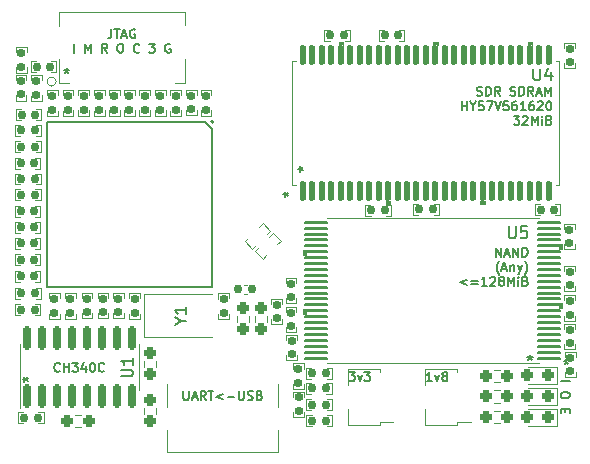
<source format=gto>
G04 #@! TF.GenerationSoftware,KiCad,Pcbnew,7.0.1-0*
G04 #@! TF.CreationDate,2023-05-01T16:00:43+08:00*
G04 #@! TF.ProjectId,slimarm_almond_mini,736c696d-6172-46d5-9f61-6c6d6f6e645f,rev?*
G04 #@! TF.SameCoordinates,Original*
G04 #@! TF.FileFunction,Legend,Top*
G04 #@! TF.FilePolarity,Positive*
%FSLAX46Y46*%
G04 Gerber Fmt 4.6, Leading zero omitted, Abs format (unit mm)*
G04 Created by KiCad (PCBNEW 7.0.1-0) date 2023-05-01 16:00:43*
%MOMM*%
%LPD*%
G01*
G04 APERTURE LIST*
G04 Aperture macros list*
%AMRoundRect*
0 Rectangle with rounded corners*
0 $1 Rounding radius*
0 $2 $3 $4 $5 $6 $7 $8 $9 X,Y pos of 4 corners*
0 Add a 4 corners polygon primitive as box body*
4,1,4,$2,$3,$4,$5,$6,$7,$8,$9,$2,$3,0*
0 Add four circle primitives for the rounded corners*
1,1,$1+$1,$2,$3*
1,1,$1+$1,$4,$5*
1,1,$1+$1,$6,$7*
1,1,$1+$1,$8,$9*
0 Add four rect primitives between the rounded corners*
20,1,$1+$1,$2,$3,$4,$5,0*
20,1,$1+$1,$4,$5,$6,$7,0*
20,1,$1+$1,$6,$7,$8,$9,0*
20,1,$1+$1,$8,$9,$2,$3,0*%
%AMFreePoly0*
4,1,9,3.862500,-0.866500,0.737500,-0.866500,0.737500,-0.450000,-0.737500,-0.450000,-0.737500,0.450000,0.737500,0.450000,0.737500,0.866500,3.862500,0.866500,3.862500,-0.866500,3.862500,-0.866500,$1*%
G04 Aperture macros list end*
%ADD10C,0.127000*%
%ADD11C,0.150000*%
%ADD12C,0.100000*%
%ADD13C,0.120000*%
%ADD14C,0.200000*%
%ADD15RoundRect,0.155000X0.212500X0.155000X-0.212500X0.155000X-0.212500X-0.155000X0.212500X-0.155000X0*%
%ADD16RoundRect,0.237500X-0.237500X0.250000X-0.237500X-0.250000X0.237500X-0.250000X0.237500X0.250000X0*%
%ADD17RoundRect,0.155000X-0.155000X0.212500X-0.155000X-0.212500X0.155000X-0.212500X0.155000X0.212500X0*%
%ADD18RoundRect,0.155000X-0.212500X-0.155000X0.212500X-0.155000X0.212500X0.155000X-0.212500X0.155000X0*%
%ADD19C,0.410000*%
%ADD20RoundRect,0.237500X0.287500X0.237500X-0.287500X0.237500X-0.287500X-0.237500X0.287500X-0.237500X0*%
%ADD21RoundRect,0.155000X0.155000X-0.212500X0.155000X0.212500X-0.155000X0.212500X-0.155000X-0.212500X0*%
%ADD22R,1.300000X0.900000*%
%ADD23FreePoly0,180.000000*%
%ADD24R,0.711200X1.270000*%
%ADD25R,1.600200X2.209800*%
%ADD26RoundRect,0.155000X-0.040659X-0.259862X0.259862X0.040659X0.040659X0.259862X-0.259862X-0.040659X0*%
%ADD27RoundRect,0.127000X0.127000X-0.719900X0.127000X0.719900X-0.127000X0.719900X-0.127000X-0.719900X0*%
%ADD28RoundRect,0.063500X0.952500X0.063500X-0.952500X0.063500X-0.952500X-0.063500X0.952500X-0.063500X0*%
%ADD29RoundRect,0.150000X0.150000X-0.825000X0.150000X0.825000X-0.150000X0.825000X-0.150000X-0.825000X0*%
%ADD30RoundRect,0.237500X0.237500X-0.250000X0.237500X0.250000X-0.237500X0.250000X-0.237500X-0.250000X0*%
%ADD31RoundRect,0.237500X-0.250000X-0.237500X0.250000X-0.237500X0.250000X0.237500X-0.250000X0.237500X0*%
%ADD32R,2.000000X2.400000*%
%ADD33C,0.650000*%
%ADD34R,0.600000X1.450000*%
%ADD35R,0.300000X2.000000*%
%ADD36R,0.600000X2.000000*%
%ADD37O,1.000000X2.100000*%
%ADD38O,1.000000X1.600000*%
G04 APERTURE END LIST*
D10*
X26357429Y-41589944D02*
X26321143Y-41626230D01*
X26321143Y-41626230D02*
X26212286Y-41662515D01*
X26212286Y-41662515D02*
X26139714Y-41662515D01*
X26139714Y-41662515D02*
X26030857Y-41626230D01*
X26030857Y-41626230D02*
X25958286Y-41553658D01*
X25958286Y-41553658D02*
X25922000Y-41481087D01*
X25922000Y-41481087D02*
X25885714Y-41335944D01*
X25885714Y-41335944D02*
X25885714Y-41227087D01*
X25885714Y-41227087D02*
X25922000Y-41081944D01*
X25922000Y-41081944D02*
X25958286Y-41009372D01*
X25958286Y-41009372D02*
X26030857Y-40936801D01*
X26030857Y-40936801D02*
X26139714Y-40900515D01*
X26139714Y-40900515D02*
X26212286Y-40900515D01*
X26212286Y-40900515D02*
X26321143Y-40936801D01*
X26321143Y-40936801D02*
X26357429Y-40973087D01*
X26684000Y-41662515D02*
X26684000Y-40900515D01*
X26684000Y-41263372D02*
X27119429Y-41263372D01*
X27119429Y-41662515D02*
X27119429Y-40900515D01*
X27409715Y-40900515D02*
X27881429Y-40900515D01*
X27881429Y-40900515D02*
X27627429Y-41190801D01*
X27627429Y-41190801D02*
X27736286Y-41190801D01*
X27736286Y-41190801D02*
X27808858Y-41227087D01*
X27808858Y-41227087D02*
X27845143Y-41263372D01*
X27845143Y-41263372D02*
X27881429Y-41335944D01*
X27881429Y-41335944D02*
X27881429Y-41517372D01*
X27881429Y-41517372D02*
X27845143Y-41589944D01*
X27845143Y-41589944D02*
X27808858Y-41626230D01*
X27808858Y-41626230D02*
X27736286Y-41662515D01*
X27736286Y-41662515D02*
X27518572Y-41662515D01*
X27518572Y-41662515D02*
X27446000Y-41626230D01*
X27446000Y-41626230D02*
X27409715Y-41589944D01*
X28534572Y-41154515D02*
X28534572Y-41662515D01*
X28353143Y-40864230D02*
X28171714Y-41408515D01*
X28171714Y-41408515D02*
X28643429Y-41408515D01*
X29078857Y-40900515D02*
X29151428Y-40900515D01*
X29151428Y-40900515D02*
X29224000Y-40936801D01*
X29224000Y-40936801D02*
X29260286Y-40973087D01*
X29260286Y-40973087D02*
X29296571Y-41045658D01*
X29296571Y-41045658D02*
X29332857Y-41190801D01*
X29332857Y-41190801D02*
X29332857Y-41372230D01*
X29332857Y-41372230D02*
X29296571Y-41517372D01*
X29296571Y-41517372D02*
X29260286Y-41589944D01*
X29260286Y-41589944D02*
X29224000Y-41626230D01*
X29224000Y-41626230D02*
X29151428Y-41662515D01*
X29151428Y-41662515D02*
X29078857Y-41662515D01*
X29078857Y-41662515D02*
X29006286Y-41626230D01*
X29006286Y-41626230D02*
X28970000Y-41589944D01*
X28970000Y-41589944D02*
X28933714Y-41517372D01*
X28933714Y-41517372D02*
X28897428Y-41372230D01*
X28897428Y-41372230D02*
X28897428Y-41190801D01*
X28897428Y-41190801D02*
X28933714Y-41045658D01*
X28933714Y-41045658D02*
X28970000Y-40973087D01*
X28970000Y-40973087D02*
X29006286Y-40936801D01*
X29006286Y-40936801D02*
X29078857Y-40900515D01*
X30094857Y-41589944D02*
X30058571Y-41626230D01*
X30058571Y-41626230D02*
X29949714Y-41662515D01*
X29949714Y-41662515D02*
X29877142Y-41662515D01*
X29877142Y-41662515D02*
X29768285Y-41626230D01*
X29768285Y-41626230D02*
X29695714Y-41553658D01*
X29695714Y-41553658D02*
X29659428Y-41481087D01*
X29659428Y-41481087D02*
X29623142Y-41335944D01*
X29623142Y-41335944D02*
X29623142Y-41227087D01*
X29623142Y-41227087D02*
X29659428Y-41081944D01*
X29659428Y-41081944D02*
X29695714Y-41009372D01*
X29695714Y-41009372D02*
X29768285Y-40936801D01*
X29768285Y-40936801D02*
X29877142Y-40900515D01*
X29877142Y-40900515D02*
X29949714Y-40900515D01*
X29949714Y-40900515D02*
X30058571Y-40936801D01*
X30058571Y-40936801D02*
X30094857Y-40973087D01*
X63259713Y-31898075D02*
X63259713Y-31136075D01*
X63259713Y-31136075D02*
X63695142Y-31898075D01*
X63695142Y-31898075D02*
X63695142Y-31136075D01*
X64021713Y-31680361D02*
X64384571Y-31680361D01*
X63949142Y-31898075D02*
X64203142Y-31136075D01*
X64203142Y-31136075D02*
X64457142Y-31898075D01*
X64711142Y-31898075D02*
X64711142Y-31136075D01*
X64711142Y-31136075D02*
X65146571Y-31898075D01*
X65146571Y-31898075D02*
X65146571Y-31136075D01*
X65509428Y-31898075D02*
X65509428Y-31136075D01*
X65509428Y-31136075D02*
X65690857Y-31136075D01*
X65690857Y-31136075D02*
X65799714Y-31172361D01*
X65799714Y-31172361D02*
X65872285Y-31244932D01*
X65872285Y-31244932D02*
X65908571Y-31317504D01*
X65908571Y-31317504D02*
X65944857Y-31462647D01*
X65944857Y-31462647D02*
X65944857Y-31571504D01*
X65944857Y-31571504D02*
X65908571Y-31716647D01*
X65908571Y-31716647D02*
X65872285Y-31789218D01*
X65872285Y-31789218D02*
X65799714Y-31861790D01*
X65799714Y-31861790D02*
X65690857Y-31898075D01*
X65690857Y-31898075D02*
X65509428Y-31898075D01*
X63549999Y-33422801D02*
X63513714Y-33386515D01*
X63513714Y-33386515D02*
X63441142Y-33277658D01*
X63441142Y-33277658D02*
X63404857Y-33205087D01*
X63404857Y-33205087D02*
X63368571Y-33096230D01*
X63368571Y-33096230D02*
X63332285Y-32914801D01*
X63332285Y-32914801D02*
X63332285Y-32769658D01*
X63332285Y-32769658D02*
X63368571Y-32588230D01*
X63368571Y-32588230D02*
X63404857Y-32479372D01*
X63404857Y-32479372D02*
X63441142Y-32406801D01*
X63441142Y-32406801D02*
X63513714Y-32297944D01*
X63513714Y-32297944D02*
X63549999Y-32261658D01*
X63803999Y-32914801D02*
X64166857Y-32914801D01*
X63731428Y-33132515D02*
X63985428Y-32370515D01*
X63985428Y-32370515D02*
X64239428Y-33132515D01*
X64493428Y-32624515D02*
X64493428Y-33132515D01*
X64493428Y-32697087D02*
X64529714Y-32660801D01*
X64529714Y-32660801D02*
X64602285Y-32624515D01*
X64602285Y-32624515D02*
X64711142Y-32624515D01*
X64711142Y-32624515D02*
X64783714Y-32660801D01*
X64783714Y-32660801D02*
X64820000Y-32733372D01*
X64820000Y-32733372D02*
X64820000Y-33132515D01*
X65110286Y-32624515D02*
X65291714Y-33132515D01*
X65473143Y-32624515D02*
X65291714Y-33132515D01*
X65291714Y-33132515D02*
X65219143Y-33313944D01*
X65219143Y-33313944D02*
X65182857Y-33350230D01*
X65182857Y-33350230D02*
X65110286Y-33386515D01*
X65690857Y-33422801D02*
X65727142Y-33386515D01*
X65727142Y-33386515D02*
X65799714Y-33277658D01*
X65799714Y-33277658D02*
X65836000Y-33205087D01*
X65836000Y-33205087D02*
X65872285Y-33096230D01*
X65872285Y-33096230D02*
X65908571Y-32914801D01*
X65908571Y-32914801D02*
X65908571Y-32769658D01*
X65908571Y-32769658D02*
X65872285Y-32588230D01*
X65872285Y-32588230D02*
X65836000Y-32479372D01*
X65836000Y-32479372D02*
X65799714Y-32406801D01*
X65799714Y-32406801D02*
X65727142Y-32297944D01*
X65727142Y-32297944D02*
X65690857Y-32261658D01*
X60792286Y-33858955D02*
X60211714Y-34076670D01*
X60211714Y-34076670D02*
X60792286Y-34294384D01*
X61155143Y-33967812D02*
X61735715Y-33967812D01*
X61735715Y-34185527D02*
X61155143Y-34185527D01*
X62497715Y-34366955D02*
X62062286Y-34366955D01*
X62280001Y-34366955D02*
X62280001Y-33604955D01*
X62280001Y-33604955D02*
X62207429Y-33713812D01*
X62207429Y-33713812D02*
X62134858Y-33786384D01*
X62134858Y-33786384D02*
X62062286Y-33822670D01*
X62788000Y-33677527D02*
X62824286Y-33641241D01*
X62824286Y-33641241D02*
X62896858Y-33604955D01*
X62896858Y-33604955D02*
X63078286Y-33604955D01*
X63078286Y-33604955D02*
X63150858Y-33641241D01*
X63150858Y-33641241D02*
X63187143Y-33677527D01*
X63187143Y-33677527D02*
X63223429Y-33750098D01*
X63223429Y-33750098D02*
X63223429Y-33822670D01*
X63223429Y-33822670D02*
X63187143Y-33931527D01*
X63187143Y-33931527D02*
X62751715Y-34366955D01*
X62751715Y-34366955D02*
X63223429Y-34366955D01*
X63658857Y-33931527D02*
X63586286Y-33895241D01*
X63586286Y-33895241D02*
X63550000Y-33858955D01*
X63550000Y-33858955D02*
X63513714Y-33786384D01*
X63513714Y-33786384D02*
X63513714Y-33750098D01*
X63513714Y-33750098D02*
X63550000Y-33677527D01*
X63550000Y-33677527D02*
X63586286Y-33641241D01*
X63586286Y-33641241D02*
X63658857Y-33604955D01*
X63658857Y-33604955D02*
X63804000Y-33604955D01*
X63804000Y-33604955D02*
X63876572Y-33641241D01*
X63876572Y-33641241D02*
X63912857Y-33677527D01*
X63912857Y-33677527D02*
X63949143Y-33750098D01*
X63949143Y-33750098D02*
X63949143Y-33786384D01*
X63949143Y-33786384D02*
X63912857Y-33858955D01*
X63912857Y-33858955D02*
X63876572Y-33895241D01*
X63876572Y-33895241D02*
X63804000Y-33931527D01*
X63804000Y-33931527D02*
X63658857Y-33931527D01*
X63658857Y-33931527D02*
X63586286Y-33967812D01*
X63586286Y-33967812D02*
X63550000Y-34004098D01*
X63550000Y-34004098D02*
X63513714Y-34076670D01*
X63513714Y-34076670D02*
X63513714Y-34221812D01*
X63513714Y-34221812D02*
X63550000Y-34294384D01*
X63550000Y-34294384D02*
X63586286Y-34330670D01*
X63586286Y-34330670D02*
X63658857Y-34366955D01*
X63658857Y-34366955D02*
X63804000Y-34366955D01*
X63804000Y-34366955D02*
X63876572Y-34330670D01*
X63876572Y-34330670D02*
X63912857Y-34294384D01*
X63912857Y-34294384D02*
X63949143Y-34221812D01*
X63949143Y-34221812D02*
X63949143Y-34076670D01*
X63949143Y-34076670D02*
X63912857Y-34004098D01*
X63912857Y-34004098D02*
X63876572Y-33967812D01*
X63876572Y-33967812D02*
X63804000Y-33931527D01*
X64275714Y-34366955D02*
X64275714Y-33604955D01*
X64275714Y-33604955D02*
X64529714Y-34149241D01*
X64529714Y-34149241D02*
X64783714Y-33604955D01*
X64783714Y-33604955D02*
X64783714Y-34366955D01*
X65146571Y-34366955D02*
X65146571Y-33858955D01*
X65146571Y-33604955D02*
X65110285Y-33641241D01*
X65110285Y-33641241D02*
X65146571Y-33677527D01*
X65146571Y-33677527D02*
X65182857Y-33641241D01*
X65182857Y-33641241D02*
X65146571Y-33604955D01*
X65146571Y-33604955D02*
X65146571Y-33677527D01*
X65763428Y-33967812D02*
X65872285Y-34004098D01*
X65872285Y-34004098D02*
X65908571Y-34040384D01*
X65908571Y-34040384D02*
X65944857Y-34112955D01*
X65944857Y-34112955D02*
X65944857Y-34221812D01*
X65944857Y-34221812D02*
X65908571Y-34294384D01*
X65908571Y-34294384D02*
X65872285Y-34330670D01*
X65872285Y-34330670D02*
X65799714Y-34366955D01*
X65799714Y-34366955D02*
X65509428Y-34366955D01*
X65509428Y-34366955D02*
X65509428Y-33604955D01*
X65509428Y-33604955D02*
X65763428Y-33604955D01*
X65763428Y-33604955D02*
X65836000Y-33641241D01*
X65836000Y-33641241D02*
X65872285Y-33677527D01*
X65872285Y-33677527D02*
X65908571Y-33750098D01*
X65908571Y-33750098D02*
X65908571Y-33822670D01*
X65908571Y-33822670D02*
X65872285Y-33895241D01*
X65872285Y-33895241D02*
X65836000Y-33931527D01*
X65836000Y-33931527D02*
X65763428Y-33967812D01*
X65763428Y-33967812D02*
X65509428Y-33967812D01*
X61661143Y-18241790D02*
X61770001Y-18278075D01*
X61770001Y-18278075D02*
X61951429Y-18278075D01*
X61951429Y-18278075D02*
X62024001Y-18241790D01*
X62024001Y-18241790D02*
X62060286Y-18205504D01*
X62060286Y-18205504D02*
X62096572Y-18132932D01*
X62096572Y-18132932D02*
X62096572Y-18060361D01*
X62096572Y-18060361D02*
X62060286Y-17987790D01*
X62060286Y-17987790D02*
X62024001Y-17951504D01*
X62024001Y-17951504D02*
X61951429Y-17915218D01*
X61951429Y-17915218D02*
X61806286Y-17878932D01*
X61806286Y-17878932D02*
X61733715Y-17842647D01*
X61733715Y-17842647D02*
X61697429Y-17806361D01*
X61697429Y-17806361D02*
X61661143Y-17733790D01*
X61661143Y-17733790D02*
X61661143Y-17661218D01*
X61661143Y-17661218D02*
X61697429Y-17588647D01*
X61697429Y-17588647D02*
X61733715Y-17552361D01*
X61733715Y-17552361D02*
X61806286Y-17516075D01*
X61806286Y-17516075D02*
X61987715Y-17516075D01*
X61987715Y-17516075D02*
X62096572Y-17552361D01*
X62423143Y-18278075D02*
X62423143Y-17516075D01*
X62423143Y-17516075D02*
X62604572Y-17516075D01*
X62604572Y-17516075D02*
X62713429Y-17552361D01*
X62713429Y-17552361D02*
X62786000Y-17624932D01*
X62786000Y-17624932D02*
X62822286Y-17697504D01*
X62822286Y-17697504D02*
X62858572Y-17842647D01*
X62858572Y-17842647D02*
X62858572Y-17951504D01*
X62858572Y-17951504D02*
X62822286Y-18096647D01*
X62822286Y-18096647D02*
X62786000Y-18169218D01*
X62786000Y-18169218D02*
X62713429Y-18241790D01*
X62713429Y-18241790D02*
X62604572Y-18278075D01*
X62604572Y-18278075D02*
X62423143Y-18278075D01*
X63620572Y-18278075D02*
X63366572Y-17915218D01*
X63185143Y-18278075D02*
X63185143Y-17516075D01*
X63185143Y-17516075D02*
X63475429Y-17516075D01*
X63475429Y-17516075D02*
X63548000Y-17552361D01*
X63548000Y-17552361D02*
X63584286Y-17588647D01*
X63584286Y-17588647D02*
X63620572Y-17661218D01*
X63620572Y-17661218D02*
X63620572Y-17770075D01*
X63620572Y-17770075D02*
X63584286Y-17842647D01*
X63584286Y-17842647D02*
X63548000Y-17878932D01*
X63548000Y-17878932D02*
X63475429Y-17915218D01*
X63475429Y-17915218D02*
X63185143Y-17915218D01*
X64491428Y-18241790D02*
X64600286Y-18278075D01*
X64600286Y-18278075D02*
X64781714Y-18278075D01*
X64781714Y-18278075D02*
X64854286Y-18241790D01*
X64854286Y-18241790D02*
X64890571Y-18205504D01*
X64890571Y-18205504D02*
X64926857Y-18132932D01*
X64926857Y-18132932D02*
X64926857Y-18060361D01*
X64926857Y-18060361D02*
X64890571Y-17987790D01*
X64890571Y-17987790D02*
X64854286Y-17951504D01*
X64854286Y-17951504D02*
X64781714Y-17915218D01*
X64781714Y-17915218D02*
X64636571Y-17878932D01*
X64636571Y-17878932D02*
X64564000Y-17842647D01*
X64564000Y-17842647D02*
X64527714Y-17806361D01*
X64527714Y-17806361D02*
X64491428Y-17733790D01*
X64491428Y-17733790D02*
X64491428Y-17661218D01*
X64491428Y-17661218D02*
X64527714Y-17588647D01*
X64527714Y-17588647D02*
X64564000Y-17552361D01*
X64564000Y-17552361D02*
X64636571Y-17516075D01*
X64636571Y-17516075D02*
X64818000Y-17516075D01*
X64818000Y-17516075D02*
X64926857Y-17552361D01*
X65253428Y-18278075D02*
X65253428Y-17516075D01*
X65253428Y-17516075D02*
X65434857Y-17516075D01*
X65434857Y-17516075D02*
X65543714Y-17552361D01*
X65543714Y-17552361D02*
X65616285Y-17624932D01*
X65616285Y-17624932D02*
X65652571Y-17697504D01*
X65652571Y-17697504D02*
X65688857Y-17842647D01*
X65688857Y-17842647D02*
X65688857Y-17951504D01*
X65688857Y-17951504D02*
X65652571Y-18096647D01*
X65652571Y-18096647D02*
X65616285Y-18169218D01*
X65616285Y-18169218D02*
X65543714Y-18241790D01*
X65543714Y-18241790D02*
X65434857Y-18278075D01*
X65434857Y-18278075D02*
X65253428Y-18278075D01*
X66450857Y-18278075D02*
X66196857Y-17915218D01*
X66015428Y-18278075D02*
X66015428Y-17516075D01*
X66015428Y-17516075D02*
X66305714Y-17516075D01*
X66305714Y-17516075D02*
X66378285Y-17552361D01*
X66378285Y-17552361D02*
X66414571Y-17588647D01*
X66414571Y-17588647D02*
X66450857Y-17661218D01*
X66450857Y-17661218D02*
X66450857Y-17770075D01*
X66450857Y-17770075D02*
X66414571Y-17842647D01*
X66414571Y-17842647D02*
X66378285Y-17878932D01*
X66378285Y-17878932D02*
X66305714Y-17915218D01*
X66305714Y-17915218D02*
X66015428Y-17915218D01*
X66741142Y-18060361D02*
X67104000Y-18060361D01*
X66668571Y-18278075D02*
X66922571Y-17516075D01*
X66922571Y-17516075D02*
X67176571Y-18278075D01*
X67430571Y-18278075D02*
X67430571Y-17516075D01*
X67430571Y-17516075D02*
X67684571Y-18060361D01*
X67684571Y-18060361D02*
X67938571Y-17516075D01*
X67938571Y-17516075D02*
X67938571Y-18278075D01*
X60391144Y-19512515D02*
X60391144Y-18750515D01*
X60391144Y-19113372D02*
X60826573Y-19113372D01*
X60826573Y-19512515D02*
X60826573Y-18750515D01*
X61334573Y-19149658D02*
X61334573Y-19512515D01*
X61080573Y-18750515D02*
X61334573Y-19149658D01*
X61334573Y-19149658D02*
X61588573Y-18750515D01*
X62205430Y-18750515D02*
X61842573Y-18750515D01*
X61842573Y-18750515D02*
X61806287Y-19113372D01*
X61806287Y-19113372D02*
X61842573Y-19077087D01*
X61842573Y-19077087D02*
X61915145Y-19040801D01*
X61915145Y-19040801D02*
X62096573Y-19040801D01*
X62096573Y-19040801D02*
X62169145Y-19077087D01*
X62169145Y-19077087D02*
X62205430Y-19113372D01*
X62205430Y-19113372D02*
X62241716Y-19185944D01*
X62241716Y-19185944D02*
X62241716Y-19367372D01*
X62241716Y-19367372D02*
X62205430Y-19439944D01*
X62205430Y-19439944D02*
X62169145Y-19476230D01*
X62169145Y-19476230D02*
X62096573Y-19512515D01*
X62096573Y-19512515D02*
X61915145Y-19512515D01*
X61915145Y-19512515D02*
X61842573Y-19476230D01*
X61842573Y-19476230D02*
X61806287Y-19439944D01*
X62495716Y-18750515D02*
X63003716Y-18750515D01*
X63003716Y-18750515D02*
X62677144Y-19512515D01*
X63185144Y-18750515D02*
X63439144Y-19512515D01*
X63439144Y-19512515D02*
X63693144Y-18750515D01*
X64310001Y-18750515D02*
X63947144Y-18750515D01*
X63947144Y-18750515D02*
X63910858Y-19113372D01*
X63910858Y-19113372D02*
X63947144Y-19077087D01*
X63947144Y-19077087D02*
X64019716Y-19040801D01*
X64019716Y-19040801D02*
X64201144Y-19040801D01*
X64201144Y-19040801D02*
X64273716Y-19077087D01*
X64273716Y-19077087D02*
X64310001Y-19113372D01*
X64310001Y-19113372D02*
X64346287Y-19185944D01*
X64346287Y-19185944D02*
X64346287Y-19367372D01*
X64346287Y-19367372D02*
X64310001Y-19439944D01*
X64310001Y-19439944D02*
X64273716Y-19476230D01*
X64273716Y-19476230D02*
X64201144Y-19512515D01*
X64201144Y-19512515D02*
X64019716Y-19512515D01*
X64019716Y-19512515D02*
X63947144Y-19476230D01*
X63947144Y-19476230D02*
X63910858Y-19439944D01*
X64999430Y-18750515D02*
X64854287Y-18750515D01*
X64854287Y-18750515D02*
X64781715Y-18786801D01*
X64781715Y-18786801D02*
X64745430Y-18823087D01*
X64745430Y-18823087D02*
X64672858Y-18931944D01*
X64672858Y-18931944D02*
X64636572Y-19077087D01*
X64636572Y-19077087D02*
X64636572Y-19367372D01*
X64636572Y-19367372D02*
X64672858Y-19439944D01*
X64672858Y-19439944D02*
X64709144Y-19476230D01*
X64709144Y-19476230D02*
X64781715Y-19512515D01*
X64781715Y-19512515D02*
X64926858Y-19512515D01*
X64926858Y-19512515D02*
X64999430Y-19476230D01*
X64999430Y-19476230D02*
X65035715Y-19439944D01*
X65035715Y-19439944D02*
X65072001Y-19367372D01*
X65072001Y-19367372D02*
X65072001Y-19185944D01*
X65072001Y-19185944D02*
X65035715Y-19113372D01*
X65035715Y-19113372D02*
X64999430Y-19077087D01*
X64999430Y-19077087D02*
X64926858Y-19040801D01*
X64926858Y-19040801D02*
X64781715Y-19040801D01*
X64781715Y-19040801D02*
X64709144Y-19077087D01*
X64709144Y-19077087D02*
X64672858Y-19113372D01*
X64672858Y-19113372D02*
X64636572Y-19185944D01*
X65797715Y-19512515D02*
X65362286Y-19512515D01*
X65580001Y-19512515D02*
X65580001Y-18750515D01*
X65580001Y-18750515D02*
X65507429Y-18859372D01*
X65507429Y-18859372D02*
X65434858Y-18931944D01*
X65434858Y-18931944D02*
X65362286Y-18968230D01*
X66450858Y-18750515D02*
X66305715Y-18750515D01*
X66305715Y-18750515D02*
X66233143Y-18786801D01*
X66233143Y-18786801D02*
X66196858Y-18823087D01*
X66196858Y-18823087D02*
X66124286Y-18931944D01*
X66124286Y-18931944D02*
X66088000Y-19077087D01*
X66088000Y-19077087D02*
X66088000Y-19367372D01*
X66088000Y-19367372D02*
X66124286Y-19439944D01*
X66124286Y-19439944D02*
X66160572Y-19476230D01*
X66160572Y-19476230D02*
X66233143Y-19512515D01*
X66233143Y-19512515D02*
X66378286Y-19512515D01*
X66378286Y-19512515D02*
X66450858Y-19476230D01*
X66450858Y-19476230D02*
X66487143Y-19439944D01*
X66487143Y-19439944D02*
X66523429Y-19367372D01*
X66523429Y-19367372D02*
X66523429Y-19185944D01*
X66523429Y-19185944D02*
X66487143Y-19113372D01*
X66487143Y-19113372D02*
X66450858Y-19077087D01*
X66450858Y-19077087D02*
X66378286Y-19040801D01*
X66378286Y-19040801D02*
X66233143Y-19040801D01*
X66233143Y-19040801D02*
X66160572Y-19077087D01*
X66160572Y-19077087D02*
X66124286Y-19113372D01*
X66124286Y-19113372D02*
X66088000Y-19185944D01*
X66813714Y-18823087D02*
X66850000Y-18786801D01*
X66850000Y-18786801D02*
X66922572Y-18750515D01*
X66922572Y-18750515D02*
X67104000Y-18750515D01*
X67104000Y-18750515D02*
X67176572Y-18786801D01*
X67176572Y-18786801D02*
X67212857Y-18823087D01*
X67212857Y-18823087D02*
X67249143Y-18895658D01*
X67249143Y-18895658D02*
X67249143Y-18968230D01*
X67249143Y-18968230D02*
X67212857Y-19077087D01*
X67212857Y-19077087D02*
X66777429Y-19512515D01*
X66777429Y-19512515D02*
X67249143Y-19512515D01*
X67720857Y-18750515D02*
X67793428Y-18750515D01*
X67793428Y-18750515D02*
X67866000Y-18786801D01*
X67866000Y-18786801D02*
X67902286Y-18823087D01*
X67902286Y-18823087D02*
X67938571Y-18895658D01*
X67938571Y-18895658D02*
X67974857Y-19040801D01*
X67974857Y-19040801D02*
X67974857Y-19222230D01*
X67974857Y-19222230D02*
X67938571Y-19367372D01*
X67938571Y-19367372D02*
X67902286Y-19439944D01*
X67902286Y-19439944D02*
X67866000Y-19476230D01*
X67866000Y-19476230D02*
X67793428Y-19512515D01*
X67793428Y-19512515D02*
X67720857Y-19512515D01*
X67720857Y-19512515D02*
X67648286Y-19476230D01*
X67648286Y-19476230D02*
X67612000Y-19439944D01*
X67612000Y-19439944D02*
X67575714Y-19367372D01*
X67575714Y-19367372D02*
X67539428Y-19222230D01*
X67539428Y-19222230D02*
X67539428Y-19040801D01*
X67539428Y-19040801D02*
X67575714Y-18895658D01*
X67575714Y-18895658D02*
X67612000Y-18823087D01*
X67612000Y-18823087D02*
X67648286Y-18786801D01*
X67648286Y-18786801D02*
X67720857Y-18750515D01*
X64781715Y-19984955D02*
X65253429Y-19984955D01*
X65253429Y-19984955D02*
X64999429Y-20275241D01*
X64999429Y-20275241D02*
X65108286Y-20275241D01*
X65108286Y-20275241D02*
X65180858Y-20311527D01*
X65180858Y-20311527D02*
X65217143Y-20347812D01*
X65217143Y-20347812D02*
X65253429Y-20420384D01*
X65253429Y-20420384D02*
X65253429Y-20601812D01*
X65253429Y-20601812D02*
X65217143Y-20674384D01*
X65217143Y-20674384D02*
X65180858Y-20710670D01*
X65180858Y-20710670D02*
X65108286Y-20746955D01*
X65108286Y-20746955D02*
X64890572Y-20746955D01*
X64890572Y-20746955D02*
X64818000Y-20710670D01*
X64818000Y-20710670D02*
X64781715Y-20674384D01*
X65543714Y-20057527D02*
X65580000Y-20021241D01*
X65580000Y-20021241D02*
X65652572Y-19984955D01*
X65652572Y-19984955D02*
X65834000Y-19984955D01*
X65834000Y-19984955D02*
X65906572Y-20021241D01*
X65906572Y-20021241D02*
X65942857Y-20057527D01*
X65942857Y-20057527D02*
X65979143Y-20130098D01*
X65979143Y-20130098D02*
X65979143Y-20202670D01*
X65979143Y-20202670D02*
X65942857Y-20311527D01*
X65942857Y-20311527D02*
X65507429Y-20746955D01*
X65507429Y-20746955D02*
X65979143Y-20746955D01*
X66305714Y-20746955D02*
X66305714Y-19984955D01*
X66305714Y-19984955D02*
X66559714Y-20529241D01*
X66559714Y-20529241D02*
X66813714Y-19984955D01*
X66813714Y-19984955D02*
X66813714Y-20746955D01*
X67176571Y-20746955D02*
X67176571Y-20238955D01*
X67176571Y-19984955D02*
X67140285Y-20021241D01*
X67140285Y-20021241D02*
X67176571Y-20057527D01*
X67176571Y-20057527D02*
X67212857Y-20021241D01*
X67212857Y-20021241D02*
X67176571Y-19984955D01*
X67176571Y-19984955D02*
X67176571Y-20057527D01*
X67793428Y-20347812D02*
X67902285Y-20384098D01*
X67902285Y-20384098D02*
X67938571Y-20420384D01*
X67938571Y-20420384D02*
X67974857Y-20492955D01*
X67974857Y-20492955D02*
X67974857Y-20601812D01*
X67974857Y-20601812D02*
X67938571Y-20674384D01*
X67938571Y-20674384D02*
X67902285Y-20710670D01*
X67902285Y-20710670D02*
X67829714Y-20746955D01*
X67829714Y-20746955D02*
X67539428Y-20746955D01*
X67539428Y-20746955D02*
X67539428Y-19984955D01*
X67539428Y-19984955D02*
X67793428Y-19984955D01*
X67793428Y-19984955D02*
X67866000Y-20021241D01*
X67866000Y-20021241D02*
X67902285Y-20057527D01*
X67902285Y-20057527D02*
X67938571Y-20130098D01*
X67938571Y-20130098D02*
X67938571Y-20202670D01*
X67938571Y-20202670D02*
X67902285Y-20275241D01*
X67902285Y-20275241D02*
X67866000Y-20311527D01*
X67866000Y-20311527D02*
X67793428Y-20347812D01*
X67793428Y-20347812D02*
X67539428Y-20347812D01*
X36807999Y-43290515D02*
X36807999Y-43907372D01*
X36807999Y-43907372D02*
X36844285Y-43979944D01*
X36844285Y-43979944D02*
X36880571Y-44016230D01*
X36880571Y-44016230D02*
X36953142Y-44052515D01*
X36953142Y-44052515D02*
X37098285Y-44052515D01*
X37098285Y-44052515D02*
X37170856Y-44016230D01*
X37170856Y-44016230D02*
X37207142Y-43979944D01*
X37207142Y-43979944D02*
X37243428Y-43907372D01*
X37243428Y-43907372D02*
X37243428Y-43290515D01*
X37569999Y-43834801D02*
X37932857Y-43834801D01*
X37497428Y-44052515D02*
X37751428Y-43290515D01*
X37751428Y-43290515D02*
X38005428Y-44052515D01*
X38694857Y-44052515D02*
X38440857Y-43689658D01*
X38259428Y-44052515D02*
X38259428Y-43290515D01*
X38259428Y-43290515D02*
X38549714Y-43290515D01*
X38549714Y-43290515D02*
X38622285Y-43326801D01*
X38622285Y-43326801D02*
X38658571Y-43363087D01*
X38658571Y-43363087D02*
X38694857Y-43435658D01*
X38694857Y-43435658D02*
X38694857Y-43544515D01*
X38694857Y-43544515D02*
X38658571Y-43617087D01*
X38658571Y-43617087D02*
X38622285Y-43653372D01*
X38622285Y-43653372D02*
X38549714Y-43689658D01*
X38549714Y-43689658D02*
X38259428Y-43689658D01*
X38912571Y-43290515D02*
X39348000Y-43290515D01*
X39130285Y-44052515D02*
X39130285Y-43290515D01*
X40182571Y-43544515D02*
X39601999Y-43762230D01*
X39601999Y-43762230D02*
X40182571Y-43979944D01*
X40545428Y-43762230D02*
X41126000Y-43762230D01*
X41488857Y-43290515D02*
X41488857Y-43907372D01*
X41488857Y-43907372D02*
X41525143Y-43979944D01*
X41525143Y-43979944D02*
X41561429Y-44016230D01*
X41561429Y-44016230D02*
X41634000Y-44052515D01*
X41634000Y-44052515D02*
X41779143Y-44052515D01*
X41779143Y-44052515D02*
X41851714Y-44016230D01*
X41851714Y-44016230D02*
X41888000Y-43979944D01*
X41888000Y-43979944D02*
X41924286Y-43907372D01*
X41924286Y-43907372D02*
X41924286Y-43290515D01*
X42250857Y-44016230D02*
X42359715Y-44052515D01*
X42359715Y-44052515D02*
X42541143Y-44052515D01*
X42541143Y-44052515D02*
X42613715Y-44016230D01*
X42613715Y-44016230D02*
X42650000Y-43979944D01*
X42650000Y-43979944D02*
X42686286Y-43907372D01*
X42686286Y-43907372D02*
X42686286Y-43834801D01*
X42686286Y-43834801D02*
X42650000Y-43762230D01*
X42650000Y-43762230D02*
X42613715Y-43725944D01*
X42613715Y-43725944D02*
X42541143Y-43689658D01*
X42541143Y-43689658D02*
X42396000Y-43653372D01*
X42396000Y-43653372D02*
X42323429Y-43617087D01*
X42323429Y-43617087D02*
X42287143Y-43580801D01*
X42287143Y-43580801D02*
X42250857Y-43508230D01*
X42250857Y-43508230D02*
X42250857Y-43435658D01*
X42250857Y-43435658D02*
X42287143Y-43363087D01*
X42287143Y-43363087D02*
X42323429Y-43326801D01*
X42323429Y-43326801D02*
X42396000Y-43290515D01*
X42396000Y-43290515D02*
X42577429Y-43290515D01*
X42577429Y-43290515D02*
X42686286Y-43326801D01*
X43266857Y-43653372D02*
X43375714Y-43689658D01*
X43375714Y-43689658D02*
X43412000Y-43725944D01*
X43412000Y-43725944D02*
X43448286Y-43798515D01*
X43448286Y-43798515D02*
X43448286Y-43907372D01*
X43448286Y-43907372D02*
X43412000Y-43979944D01*
X43412000Y-43979944D02*
X43375714Y-44016230D01*
X43375714Y-44016230D02*
X43303143Y-44052515D01*
X43303143Y-44052515D02*
X43012857Y-44052515D01*
X43012857Y-44052515D02*
X43012857Y-43290515D01*
X43012857Y-43290515D02*
X43266857Y-43290515D01*
X43266857Y-43290515D02*
X43339429Y-43326801D01*
X43339429Y-43326801D02*
X43375714Y-43363087D01*
X43375714Y-43363087D02*
X43412000Y-43435658D01*
X43412000Y-43435658D02*
X43412000Y-43508230D01*
X43412000Y-43508230D02*
X43375714Y-43580801D01*
X43375714Y-43580801D02*
X43339429Y-43617087D01*
X43339429Y-43617087D02*
X43266857Y-43653372D01*
X43266857Y-43653372D02*
X43012857Y-43653372D01*
X30711000Y-12643295D02*
X30711000Y-13187581D01*
X30711000Y-13187581D02*
X30674715Y-13296438D01*
X30674715Y-13296438D02*
X30602143Y-13369010D01*
X30602143Y-13369010D02*
X30493286Y-13405295D01*
X30493286Y-13405295D02*
X30420715Y-13405295D01*
X30965000Y-12643295D02*
X31400429Y-12643295D01*
X31182714Y-13405295D02*
X31182714Y-12643295D01*
X31618142Y-13187581D02*
X31981000Y-13187581D01*
X31545571Y-13405295D02*
X31799571Y-12643295D01*
X31799571Y-12643295D02*
X32053571Y-13405295D01*
X32706714Y-12679581D02*
X32634143Y-12643295D01*
X32634143Y-12643295D02*
X32525285Y-12643295D01*
X32525285Y-12643295D02*
X32416428Y-12679581D01*
X32416428Y-12679581D02*
X32343857Y-12752152D01*
X32343857Y-12752152D02*
X32307571Y-12824724D01*
X32307571Y-12824724D02*
X32271285Y-12969867D01*
X32271285Y-12969867D02*
X32271285Y-13078724D01*
X32271285Y-13078724D02*
X32307571Y-13223867D01*
X32307571Y-13223867D02*
X32343857Y-13296438D01*
X32343857Y-13296438D02*
X32416428Y-13369010D01*
X32416428Y-13369010D02*
X32525285Y-13405295D01*
X32525285Y-13405295D02*
X32597857Y-13405295D01*
X32597857Y-13405295D02*
X32706714Y-13369010D01*
X32706714Y-13369010D02*
X32743000Y-13332724D01*
X32743000Y-13332724D02*
X32743000Y-13078724D01*
X32743000Y-13078724D02*
X32597857Y-13078724D01*
X27517858Y-14639735D02*
X27517858Y-13877735D01*
X28461286Y-14639735D02*
X28461286Y-13877735D01*
X28461286Y-13877735D02*
X28715286Y-14422021D01*
X28715286Y-14422021D02*
X28969286Y-13877735D01*
X28969286Y-13877735D02*
X28969286Y-14639735D01*
X30348143Y-14639735D02*
X30094143Y-14276878D01*
X29912714Y-14639735D02*
X29912714Y-13877735D01*
X29912714Y-13877735D02*
X30203000Y-13877735D01*
X30203000Y-13877735D02*
X30275571Y-13914021D01*
X30275571Y-13914021D02*
X30311857Y-13950307D01*
X30311857Y-13950307D02*
X30348143Y-14022878D01*
X30348143Y-14022878D02*
X30348143Y-14131735D01*
X30348143Y-14131735D02*
X30311857Y-14204307D01*
X30311857Y-14204307D02*
X30275571Y-14240592D01*
X30275571Y-14240592D02*
X30203000Y-14276878D01*
X30203000Y-14276878D02*
X29912714Y-14276878D01*
X31400428Y-13877735D02*
X31545571Y-13877735D01*
X31545571Y-13877735D02*
X31618142Y-13914021D01*
X31618142Y-13914021D02*
X31690714Y-13986592D01*
X31690714Y-13986592D02*
X31726999Y-14131735D01*
X31726999Y-14131735D02*
X31726999Y-14385735D01*
X31726999Y-14385735D02*
X31690714Y-14530878D01*
X31690714Y-14530878D02*
X31618142Y-14603450D01*
X31618142Y-14603450D02*
X31545571Y-14639735D01*
X31545571Y-14639735D02*
X31400428Y-14639735D01*
X31400428Y-14639735D02*
X31327857Y-14603450D01*
X31327857Y-14603450D02*
X31255285Y-14530878D01*
X31255285Y-14530878D02*
X31218999Y-14385735D01*
X31218999Y-14385735D02*
X31218999Y-14131735D01*
X31218999Y-14131735D02*
X31255285Y-13986592D01*
X31255285Y-13986592D02*
X31327857Y-13914021D01*
X31327857Y-13914021D02*
X31400428Y-13877735D01*
X33069571Y-14567164D02*
X33033285Y-14603450D01*
X33033285Y-14603450D02*
X32924428Y-14639735D01*
X32924428Y-14639735D02*
X32851856Y-14639735D01*
X32851856Y-14639735D02*
X32742999Y-14603450D01*
X32742999Y-14603450D02*
X32670428Y-14530878D01*
X32670428Y-14530878D02*
X32634142Y-14458307D01*
X32634142Y-14458307D02*
X32597856Y-14313164D01*
X32597856Y-14313164D02*
X32597856Y-14204307D01*
X32597856Y-14204307D02*
X32634142Y-14059164D01*
X32634142Y-14059164D02*
X32670428Y-13986592D01*
X32670428Y-13986592D02*
X32742999Y-13914021D01*
X32742999Y-13914021D02*
X32851856Y-13877735D01*
X32851856Y-13877735D02*
X32924428Y-13877735D01*
X32924428Y-13877735D02*
X33033285Y-13914021D01*
X33033285Y-13914021D02*
X33069571Y-13950307D01*
X33904142Y-13877735D02*
X34375856Y-13877735D01*
X34375856Y-13877735D02*
X34121856Y-14168021D01*
X34121856Y-14168021D02*
X34230713Y-14168021D01*
X34230713Y-14168021D02*
X34303285Y-14204307D01*
X34303285Y-14204307D02*
X34339570Y-14240592D01*
X34339570Y-14240592D02*
X34375856Y-14313164D01*
X34375856Y-14313164D02*
X34375856Y-14494592D01*
X34375856Y-14494592D02*
X34339570Y-14567164D01*
X34339570Y-14567164D02*
X34303285Y-14603450D01*
X34303285Y-14603450D02*
X34230713Y-14639735D01*
X34230713Y-14639735D02*
X34012999Y-14639735D01*
X34012999Y-14639735D02*
X33940427Y-14603450D01*
X33940427Y-14603450D02*
X33904142Y-14567164D01*
X35682141Y-13914021D02*
X35609570Y-13877735D01*
X35609570Y-13877735D02*
X35500712Y-13877735D01*
X35500712Y-13877735D02*
X35391855Y-13914021D01*
X35391855Y-13914021D02*
X35319284Y-13986592D01*
X35319284Y-13986592D02*
X35282998Y-14059164D01*
X35282998Y-14059164D02*
X35246712Y-14204307D01*
X35246712Y-14204307D02*
X35246712Y-14313164D01*
X35246712Y-14313164D02*
X35282998Y-14458307D01*
X35282998Y-14458307D02*
X35319284Y-14530878D01*
X35319284Y-14530878D02*
X35391855Y-14603450D01*
X35391855Y-14603450D02*
X35500712Y-14639735D01*
X35500712Y-14639735D02*
X35573284Y-14639735D01*
X35573284Y-14639735D02*
X35682141Y-14603450D01*
X35682141Y-14603450D02*
X35718427Y-14567164D01*
X35718427Y-14567164D02*
X35718427Y-14313164D01*
X35718427Y-14313164D02*
X35573284Y-14313164D01*
X68747484Y-42475571D02*
X69509484Y-42475571D01*
X69509484Y-43564142D02*
X69509484Y-43709285D01*
X69509484Y-43709285D02*
X69473198Y-43781856D01*
X69473198Y-43781856D02*
X69400627Y-43854428D01*
X69400627Y-43854428D02*
X69255484Y-43890713D01*
X69255484Y-43890713D02*
X69001484Y-43890713D01*
X69001484Y-43890713D02*
X68856341Y-43854428D01*
X68856341Y-43854428D02*
X68783770Y-43781856D01*
X68783770Y-43781856D02*
X68747484Y-43709285D01*
X68747484Y-43709285D02*
X68747484Y-43564142D01*
X68747484Y-43564142D02*
X68783770Y-43491571D01*
X68783770Y-43491571D02*
X68856341Y-43418999D01*
X68856341Y-43418999D02*
X69001484Y-43382713D01*
X69001484Y-43382713D02*
X69255484Y-43382713D01*
X69255484Y-43382713D02*
X69400627Y-43418999D01*
X69400627Y-43418999D02*
X69473198Y-43491571D01*
X69473198Y-43491571D02*
X69509484Y-43564142D01*
X69146627Y-44797856D02*
X69146627Y-45051856D01*
X68747484Y-45160713D02*
X68747484Y-44797856D01*
X68747484Y-44797856D02*
X69509484Y-44797856D01*
X69509484Y-44797856D02*
X69509484Y-45160713D01*
X57860571Y-42447515D02*
X57425142Y-42447515D01*
X57642857Y-42447515D02*
X57642857Y-41685515D01*
X57642857Y-41685515D02*
X57570285Y-41794372D01*
X57570285Y-41794372D02*
X57497714Y-41866944D01*
X57497714Y-41866944D02*
X57425142Y-41903230D01*
X58114571Y-41939515D02*
X58295999Y-42447515D01*
X58295999Y-42447515D02*
X58477428Y-41939515D01*
X58876570Y-42012087D02*
X58803999Y-41975801D01*
X58803999Y-41975801D02*
X58767713Y-41939515D01*
X58767713Y-41939515D02*
X58731427Y-41866944D01*
X58731427Y-41866944D02*
X58731427Y-41830658D01*
X58731427Y-41830658D02*
X58767713Y-41758087D01*
X58767713Y-41758087D02*
X58803999Y-41721801D01*
X58803999Y-41721801D02*
X58876570Y-41685515D01*
X58876570Y-41685515D02*
X59021713Y-41685515D01*
X59021713Y-41685515D02*
X59094285Y-41721801D01*
X59094285Y-41721801D02*
X59130570Y-41758087D01*
X59130570Y-41758087D02*
X59166856Y-41830658D01*
X59166856Y-41830658D02*
X59166856Y-41866944D01*
X59166856Y-41866944D02*
X59130570Y-41939515D01*
X59130570Y-41939515D02*
X59094285Y-41975801D01*
X59094285Y-41975801D02*
X59021713Y-42012087D01*
X59021713Y-42012087D02*
X58876570Y-42012087D01*
X58876570Y-42012087D02*
X58803999Y-42048372D01*
X58803999Y-42048372D02*
X58767713Y-42084658D01*
X58767713Y-42084658D02*
X58731427Y-42157230D01*
X58731427Y-42157230D02*
X58731427Y-42302372D01*
X58731427Y-42302372D02*
X58767713Y-42374944D01*
X58767713Y-42374944D02*
X58803999Y-42411230D01*
X58803999Y-42411230D02*
X58876570Y-42447515D01*
X58876570Y-42447515D02*
X59021713Y-42447515D01*
X59021713Y-42447515D02*
X59094285Y-42411230D01*
X59094285Y-42411230D02*
X59130570Y-42374944D01*
X59130570Y-42374944D02*
X59166856Y-42302372D01*
X59166856Y-42302372D02*
X59166856Y-42157230D01*
X59166856Y-42157230D02*
X59130570Y-42084658D01*
X59130570Y-42084658D02*
X59094285Y-42048372D01*
X59094285Y-42048372D02*
X59021713Y-42012087D01*
X50828857Y-41675515D02*
X51300571Y-41675515D01*
X51300571Y-41675515D02*
X51046571Y-41965801D01*
X51046571Y-41965801D02*
X51155428Y-41965801D01*
X51155428Y-41965801D02*
X51228000Y-42002087D01*
X51228000Y-42002087D02*
X51264285Y-42038372D01*
X51264285Y-42038372D02*
X51300571Y-42110944D01*
X51300571Y-42110944D02*
X51300571Y-42292372D01*
X51300571Y-42292372D02*
X51264285Y-42364944D01*
X51264285Y-42364944D02*
X51228000Y-42401230D01*
X51228000Y-42401230D02*
X51155428Y-42437515D01*
X51155428Y-42437515D02*
X50937714Y-42437515D01*
X50937714Y-42437515D02*
X50865142Y-42401230D01*
X50865142Y-42401230D02*
X50828857Y-42364944D01*
X51554571Y-41929515D02*
X51735999Y-42437515D01*
X51735999Y-42437515D02*
X51917428Y-41929515D01*
X52135142Y-41675515D02*
X52606856Y-41675515D01*
X52606856Y-41675515D02*
X52352856Y-41965801D01*
X52352856Y-41965801D02*
X52461713Y-41965801D01*
X52461713Y-41965801D02*
X52534285Y-42002087D01*
X52534285Y-42002087D02*
X52570570Y-42038372D01*
X52570570Y-42038372D02*
X52606856Y-42110944D01*
X52606856Y-42110944D02*
X52606856Y-42292372D01*
X52606856Y-42292372D02*
X52570570Y-42364944D01*
X52570570Y-42364944D02*
X52534285Y-42401230D01*
X52534285Y-42401230D02*
X52461713Y-42437515D01*
X52461713Y-42437515D02*
X52243999Y-42437515D01*
X52243999Y-42437515D02*
X52171427Y-42401230D01*
X52171427Y-42401230D02*
X52135142Y-42364944D01*
D11*
G04 #@! TO.C,J3*
X26920700Y-15923619D02*
X26920700Y-16161714D01*
X26682605Y-16066476D02*
X26920700Y-16161714D01*
X26920700Y-16161714D02*
X27158795Y-16066476D01*
X26777843Y-16352190D02*
X26920700Y-16161714D01*
X26920700Y-16161714D02*
X27063557Y-16352190D01*
G04 #@! TO.C,U4*
X66448095Y-15982619D02*
X66448095Y-16792142D01*
X66448095Y-16792142D02*
X66495714Y-16887380D01*
X66495714Y-16887380D02*
X66543333Y-16935000D01*
X66543333Y-16935000D02*
X66638571Y-16982619D01*
X66638571Y-16982619D02*
X66829047Y-16982619D01*
X66829047Y-16982619D02*
X66924285Y-16935000D01*
X66924285Y-16935000D02*
X66971904Y-16887380D01*
X66971904Y-16887380D02*
X67019523Y-16792142D01*
X67019523Y-16792142D02*
X67019523Y-15982619D01*
X67924285Y-16315952D02*
X67924285Y-16982619D01*
X67686190Y-15935000D02*
X67448095Y-16649285D01*
X67448095Y-16649285D02*
X68067142Y-16649285D01*
X45272619Y-26639999D02*
X45510714Y-26639999D01*
X45415476Y-26878094D02*
X45510714Y-26639999D01*
X45510714Y-26639999D02*
X45415476Y-26401904D01*
X45701190Y-26782856D02*
X45510714Y-26639999D01*
X45510714Y-26639999D02*
X45701190Y-26497142D01*
X46532619Y-24469999D02*
X46770714Y-24469999D01*
X46675476Y-24708094D02*
X46770714Y-24469999D01*
X46770714Y-24469999D02*
X46675476Y-24231904D01*
X46961190Y-24612856D02*
X46770714Y-24469999D01*
X46770714Y-24469999D02*
X46961190Y-24327142D01*
G04 #@! TO.C,U5*
X64368095Y-29342619D02*
X64368095Y-30152142D01*
X64368095Y-30152142D02*
X64415714Y-30247380D01*
X64415714Y-30247380D02*
X64463333Y-30295000D01*
X64463333Y-30295000D02*
X64558571Y-30342619D01*
X64558571Y-30342619D02*
X64749047Y-30342619D01*
X64749047Y-30342619D02*
X64844285Y-30295000D01*
X64844285Y-30295000D02*
X64891904Y-30247380D01*
X64891904Y-30247380D02*
X64939523Y-30152142D01*
X64939523Y-30152142D02*
X64939523Y-29342619D01*
X65891904Y-29342619D02*
X65415714Y-29342619D01*
X65415714Y-29342619D02*
X65368095Y-29818809D01*
X65368095Y-29818809D02*
X65415714Y-29771190D01*
X65415714Y-29771190D02*
X65510952Y-29723571D01*
X65510952Y-29723571D02*
X65749047Y-29723571D01*
X65749047Y-29723571D02*
X65844285Y-29771190D01*
X65844285Y-29771190D02*
X65891904Y-29818809D01*
X65891904Y-29818809D02*
X65939523Y-29914047D01*
X65939523Y-29914047D02*
X65939523Y-30152142D01*
X65939523Y-30152142D02*
X65891904Y-30247380D01*
X65891904Y-30247380D02*
X65844285Y-30295000D01*
X65844285Y-30295000D02*
X65749047Y-30342619D01*
X65749047Y-30342619D02*
X65510952Y-30342619D01*
X65510952Y-30342619D02*
X65415714Y-30295000D01*
X65415714Y-30295000D02*
X65368095Y-30247380D01*
X69240000Y-40592619D02*
X69240000Y-40830714D01*
X69001905Y-40735476D02*
X69240000Y-40830714D01*
X69240000Y-40830714D02*
X69478095Y-40735476D01*
X69097143Y-41021190D02*
X69240000Y-40830714D01*
X69240000Y-40830714D02*
X69382857Y-41021190D01*
X66150000Y-40222619D02*
X66150000Y-40460714D01*
X65911905Y-40365476D02*
X66150000Y-40460714D01*
X66150000Y-40460714D02*
X66388095Y-40365476D01*
X66007143Y-40651190D02*
X66150000Y-40460714D01*
X66150000Y-40460714D02*
X66292857Y-40651190D01*
G04 #@! TO.C,U1*
X31532619Y-42041904D02*
X32342142Y-42041904D01*
X32342142Y-42041904D02*
X32437380Y-41994285D01*
X32437380Y-41994285D02*
X32485000Y-41946666D01*
X32485000Y-41946666D02*
X32532619Y-41851428D01*
X32532619Y-41851428D02*
X32532619Y-41660952D01*
X32532619Y-41660952D02*
X32485000Y-41565714D01*
X32485000Y-41565714D02*
X32437380Y-41518095D01*
X32437380Y-41518095D02*
X32342142Y-41470476D01*
X32342142Y-41470476D02*
X31532619Y-41470476D01*
X32532619Y-40470476D02*
X32532619Y-41041904D01*
X32532619Y-40756190D02*
X31532619Y-40756190D01*
X31532619Y-40756190D02*
X31675476Y-40851428D01*
X31675476Y-40851428D02*
X31770714Y-40946666D01*
X31770714Y-40946666D02*
X31818333Y-41041904D01*
X23187619Y-42304999D02*
X23425714Y-42304999D01*
X23330476Y-42543094D02*
X23425714Y-42304999D01*
X23425714Y-42304999D02*
X23330476Y-42066904D01*
X23616190Y-42447856D02*
X23425714Y-42304999D01*
X23425714Y-42304999D02*
X23616190Y-42162142D01*
G04 #@! TO.C,Y1*
X36594428Y-37366190D02*
X37070619Y-37366190D01*
X36070619Y-37699523D02*
X36594428Y-37366190D01*
X36594428Y-37366190D02*
X36070619Y-37032857D01*
X37070619Y-36175714D02*
X37070619Y-36747142D01*
X37070619Y-36461428D02*
X36070619Y-36461428D01*
X36070619Y-36461428D02*
X36213476Y-36556666D01*
X36213476Y-36556666D02*
X36308714Y-36651904D01*
X36308714Y-36651904D02*
X36356333Y-36747142D01*
D12*
G04 #@! TO.C,C48*
X49370000Y-44920000D02*
X48940000Y-44920000D01*
X49370000Y-44000000D02*
X49370000Y-44915000D01*
X49365000Y-44000000D02*
X48935000Y-44000000D01*
X47225000Y-44920000D02*
X47655000Y-44920000D01*
X47220000Y-44920000D02*
X47220000Y-44005000D01*
X47220000Y-44000000D02*
X47650000Y-44000000D01*
D13*
G04 #@! TO.C,R7*
X34522500Y-40715276D02*
X34522500Y-41224724D01*
X33477500Y-40715276D02*
X33477500Y-41224724D01*
D12*
G04 #@! TO.C,C21*
X26170000Y-17830000D02*
X26170000Y-18260000D01*
X25250000Y-17830000D02*
X26165000Y-17830000D01*
X25250000Y-17835000D02*
X25250000Y-18265000D01*
X26170000Y-19975000D02*
X26170000Y-19545000D01*
X26170000Y-19980000D02*
X25255000Y-19980000D01*
X25250000Y-19980000D02*
X25250000Y-19550000D01*
G04 #@! TO.C,C40*
X31410000Y-17810000D02*
X31410000Y-18240000D01*
X30490000Y-17810000D02*
X31405000Y-17810000D01*
X30490000Y-17815000D02*
X30490000Y-18245000D01*
X31410000Y-19955000D02*
X31410000Y-19525000D01*
X31410000Y-19960000D02*
X30495000Y-19960000D01*
X30490000Y-19960000D02*
X30490000Y-19530000D01*
G04 #@! TO.C,C14*
X48750000Y-12720000D02*
X49180000Y-12720000D01*
X48750000Y-13640000D02*
X48750000Y-12725000D01*
X48755000Y-13640000D02*
X49185000Y-13640000D01*
X50895000Y-12720000D02*
X50465000Y-12720000D01*
X50900000Y-12720000D02*
X50900000Y-13635000D01*
X50900000Y-13640000D02*
X50470000Y-13640000D01*
G04 #@! TO.C,C35*
X31770000Y-34987500D02*
X31770000Y-35417500D01*
X30850000Y-34987500D02*
X31765000Y-34987500D01*
X30850000Y-34992500D02*
X30850000Y-35422500D01*
X31770000Y-37132500D02*
X31770000Y-36702500D01*
X31770000Y-37137500D02*
X30855000Y-37137500D01*
X30850000Y-37137500D02*
X30850000Y-36707500D01*
G04 #@! TO.C,C43*
X22572500Y-24880000D02*
X23002500Y-24880000D01*
X22572500Y-25800000D02*
X22572500Y-24885000D01*
X22577500Y-25800000D02*
X23007500Y-25800000D01*
X24717500Y-24880000D02*
X24287500Y-24880000D01*
X24722500Y-24880000D02*
X24722500Y-25795000D01*
X24722500Y-25800000D02*
X24292500Y-25800000D01*
D14*
G04 #@! TO.C,IC1*
X38650000Y-20500000D02*
X39250000Y-21100000D01*
X25250000Y-20500000D02*
X38650000Y-20500000D01*
X39250000Y-21100000D02*
X39250000Y-34500000D01*
X39250000Y-34500000D02*
X25250000Y-34500000D01*
X25250000Y-34500000D02*
X25250000Y-20500000D01*
X39350000Y-20500000D02*
G75*
G03*
X39350000Y-20500000I-100000J0D01*
G01*
D13*
G04 #@! TO.C,D2*
X68430000Y-42697000D02*
X68430000Y-41227000D01*
X68430000Y-41227000D02*
X65970000Y-41227000D01*
X65970000Y-42697000D02*
X68430000Y-42697000D01*
D12*
G04 #@! TO.C,C18*
X39180000Y-17810000D02*
X39180000Y-18240000D01*
X38260000Y-17810000D02*
X39175000Y-17810000D01*
X38260000Y-17815000D02*
X38260000Y-18245000D01*
X39180000Y-19955000D02*
X39180000Y-19525000D01*
X39180000Y-19960000D02*
X38265000Y-19960000D01*
X38260000Y-19960000D02*
X38260000Y-19530000D01*
G04 #@! TO.C,C28*
X25420000Y-37160000D02*
X25420000Y-36730000D01*
X26340000Y-37160000D02*
X25425000Y-37160000D01*
X26340000Y-37155000D02*
X26340000Y-36725000D01*
X25420000Y-35015000D02*
X25420000Y-35445000D01*
X25420000Y-35010000D02*
X26335000Y-35010000D01*
X26340000Y-35010000D02*
X26340000Y-35440000D01*
G04 #@! TO.C,C26*
X58430000Y-28360000D02*
X58000000Y-28360000D01*
X58430000Y-27440000D02*
X58430000Y-28355000D01*
X58425000Y-27440000D02*
X57995000Y-27440000D01*
X56285000Y-28360000D02*
X56715000Y-28360000D01*
X56280000Y-28360000D02*
X56280000Y-27445000D01*
X56280000Y-27440000D02*
X56710000Y-27440000D01*
G04 #@! TO.C,C30*
X26790000Y-37160000D02*
X26790000Y-36730000D01*
X27710000Y-37160000D02*
X26795000Y-37160000D01*
X27710000Y-37155000D02*
X27710000Y-36725000D01*
X26790000Y-35015000D02*
X26790000Y-35445000D01*
X26790000Y-35010000D02*
X27705000Y-35010000D01*
X27710000Y-35010000D02*
X27710000Y-35440000D01*
G04 #@! TO.C,C11*
X69940000Y-29120000D02*
X69940000Y-29550000D01*
X69020000Y-29120000D02*
X69935000Y-29120000D01*
X69020000Y-29125000D02*
X69020000Y-29555000D01*
X69940000Y-31265000D02*
X69940000Y-30835000D01*
X69940000Y-31270000D02*
X69025000Y-31270000D01*
X69020000Y-31270000D02*
X69020000Y-30840000D01*
G04 #@! TO.C,C25*
X69990000Y-32680000D02*
X69990000Y-33110000D01*
X69070000Y-32680000D02*
X69985000Y-32680000D01*
X69070000Y-32685000D02*
X69070000Y-33115000D01*
X69990000Y-34825000D02*
X69990000Y-34395000D01*
X69990000Y-34830000D02*
X69075000Y-34830000D01*
X69070000Y-34830000D02*
X69070000Y-34400000D01*
D13*
G04 #@! TO.C,U6*
X54580000Y-45920000D02*
X53440000Y-45920000D01*
X53440000Y-46150000D02*
X53440000Y-45920000D01*
X53440000Y-46150000D02*
X50720000Y-46150000D01*
X53440000Y-41430000D02*
X53440000Y-41660000D01*
X50720000Y-46150000D02*
X50720000Y-44840000D01*
X50720000Y-42740000D02*
X50720000Y-41430000D01*
X50720000Y-41430000D02*
X53440000Y-41430000D01*
D12*
G04 #@! TO.C,C7*
X70010000Y-39960000D02*
X70010000Y-40390000D01*
X69090000Y-39960000D02*
X70005000Y-39960000D01*
X69090000Y-39965000D02*
X69090000Y-40395000D01*
X70010000Y-42105000D02*
X70010000Y-41675000D01*
X70010000Y-42110000D02*
X69095000Y-42110000D01*
X69090000Y-42110000D02*
X69090000Y-41680000D01*
G04 #@! TO.C,C41*
X36630000Y-17820000D02*
X36630000Y-18250000D01*
X35710000Y-17820000D02*
X36625000Y-17820000D01*
X35710000Y-17825000D02*
X35710000Y-18255000D01*
X36630000Y-19965000D02*
X36630000Y-19535000D01*
X36630000Y-19970000D02*
X35715000Y-19970000D01*
X35710000Y-19970000D02*
X35710000Y-19540000D01*
G04 #@! TO.C,C24*
X54370000Y-28440000D02*
X53940000Y-28440000D01*
X54370000Y-27520000D02*
X54370000Y-28435000D01*
X54365000Y-27520000D02*
X53935000Y-27520000D01*
X52225000Y-28440000D02*
X52655000Y-28440000D01*
X52220000Y-28440000D02*
X52220000Y-27525000D01*
X52220000Y-27520000D02*
X52650000Y-27520000D01*
G04 #@! TO.C,C45*
X22580000Y-20740000D02*
X23010000Y-20740000D01*
X22580000Y-21660000D02*
X22580000Y-20745000D01*
X22585000Y-21660000D02*
X23015000Y-21660000D01*
X24725000Y-20740000D02*
X24295000Y-20740000D01*
X24730000Y-20740000D02*
X24730000Y-21655000D01*
X24730000Y-21660000D02*
X24300000Y-21660000D01*
G04 #@! TO.C,R14*
X22600000Y-18690000D02*
X22600000Y-18260000D01*
X23520000Y-18690000D02*
X22605000Y-18690000D01*
X23520000Y-18685000D02*
X23520000Y-18255000D01*
X22600000Y-16545000D02*
X22600000Y-16975000D01*
X22600000Y-16540000D02*
X23515000Y-16540000D01*
X23520000Y-16540000D02*
X23520000Y-16970000D01*
G04 #@! TO.C,C12*
X39760000Y-37170000D02*
X39760000Y-36740000D01*
X40680000Y-37170000D02*
X39765000Y-37170000D01*
X40680000Y-37165000D02*
X40680000Y-36735000D01*
X39760000Y-35025000D02*
X39760000Y-35455000D01*
X39760000Y-35020000D02*
X40675000Y-35020000D01*
X40680000Y-35020000D02*
X40680000Y-35450000D01*
G04 #@! TO.C,C38*
X22542500Y-30334000D02*
X22972500Y-30334000D01*
X22542500Y-31254000D02*
X22542500Y-30339000D01*
X22547500Y-31254000D02*
X22977500Y-31254000D01*
X24687500Y-30334000D02*
X24257500Y-30334000D01*
X24692500Y-30334000D02*
X24692500Y-31249000D01*
X24692500Y-31254000D02*
X24262500Y-31254000D01*
D13*
G04 #@! TO.C,D3*
X68455000Y-46253000D02*
X68455000Y-44783000D01*
X68455000Y-44783000D02*
X65995000Y-44783000D01*
X65995000Y-46253000D02*
X68455000Y-46253000D01*
D12*
G04 #@! TO.C,C22*
X35330000Y-17810000D02*
X35330000Y-18240000D01*
X34410000Y-17810000D02*
X35325000Y-17810000D01*
X34410000Y-17815000D02*
X34410000Y-18245000D01*
X35330000Y-19955000D02*
X35330000Y-19525000D01*
X35330000Y-19960000D02*
X34415000Y-19960000D01*
X34410000Y-19960000D02*
X34410000Y-19530000D01*
D13*
G04 #@! TO.C,J3*
X36942900Y-17202520D02*
X36942900Y-15211160D01*
X36942900Y-12335880D02*
X36942900Y-11208120D01*
X36942900Y-11192000D02*
X26278900Y-11214600D01*
X36057240Y-17202520D02*
X36942900Y-17202520D01*
X26278900Y-17209000D02*
X27164560Y-17209000D01*
X26278900Y-15217640D02*
X26278900Y-17209000D01*
X26278900Y-11214600D02*
X26278900Y-12342360D01*
X26024900Y-17082000D02*
G75*
G03*
X26024900Y-17082000I-381000J0D01*
G01*
D12*
G04 #@! TO.C,C39*
X32690000Y-17810000D02*
X32690000Y-18240000D01*
X31770000Y-17810000D02*
X32685000Y-17810000D01*
X31770000Y-17815000D02*
X31770000Y-18245000D01*
X32690000Y-19955000D02*
X32690000Y-19525000D01*
X32690000Y-19960000D02*
X31775000Y-19960000D01*
X31770000Y-19960000D02*
X31770000Y-19530000D01*
G04 #@! TO.C,C50*
X47200000Y-42580000D02*
X47630000Y-42580000D01*
X47200000Y-43500000D02*
X47200000Y-42585000D01*
X47205000Y-43500000D02*
X47635000Y-43500000D01*
X49345000Y-42580000D02*
X48915000Y-42580000D01*
X49350000Y-42580000D02*
X49350000Y-43495000D01*
X49350000Y-43500000D02*
X48920000Y-43500000D01*
G04 #@! TO.C,C17*
X49380000Y-46260000D02*
X48950000Y-46260000D01*
X49380000Y-45340000D02*
X49380000Y-46255000D01*
X49375000Y-45340000D02*
X48945000Y-45340000D01*
X47235000Y-46260000D02*
X47665000Y-46260000D01*
X47230000Y-46260000D02*
X47230000Y-45345000D01*
X47230000Y-45340000D02*
X47660000Y-45340000D01*
G04 #@! TO.C,C3*
X42001056Y-30598406D02*
X42305111Y-30294350D01*
X42651594Y-31248944D02*
X42004591Y-30601942D01*
X42655129Y-31245409D02*
X42959185Y-30941353D01*
X43517800Y-29081662D02*
X43213744Y-29385718D01*
X43521335Y-29078127D02*
X44168338Y-29725129D01*
X44171873Y-29728665D02*
X43867817Y-30032721D01*
D13*
G04 #@! TO.C,U4*
X46035500Y-25882050D02*
X46350460Y-25882050D01*
X68326540Y-25882050D02*
X68641500Y-25882050D01*
X68641500Y-25882050D02*
X68641500Y-15341050D01*
X46035500Y-15341050D02*
X46035500Y-25882050D01*
X46350460Y-15341050D02*
X46035500Y-15341050D01*
X68641500Y-15341050D02*
X68326540Y-15341050D01*
D12*
X54328600Y-27456850D02*
X53947600Y-27456850D01*
X53947600Y-27202850D01*
X54328600Y-27202850D01*
X54328600Y-27456850D01*
G36*
X54328600Y-27456850D02*
G01*
X53947600Y-27456850D01*
X53947600Y-27202850D01*
X54328600Y-27202850D01*
X54328600Y-27456850D01*
G37*
X62329600Y-27456850D02*
X61948600Y-27456850D01*
X61948600Y-27202850D01*
X62329600Y-27202850D01*
X62329600Y-27456850D01*
G36*
X62329600Y-27456850D02*
G01*
X61948600Y-27456850D01*
X61948600Y-27202850D01*
X62329600Y-27202850D01*
X62329600Y-27456850D01*
G37*
X50328100Y-14020250D02*
X49947100Y-14020250D01*
X49947100Y-13766250D01*
X50328100Y-13766250D01*
X50328100Y-14020250D01*
G36*
X50328100Y-14020250D02*
G01*
X49947100Y-14020250D01*
X49947100Y-13766250D01*
X50328100Y-13766250D01*
X50328100Y-14020250D01*
G37*
X58329100Y-14020250D02*
X57948100Y-14020250D01*
X57948100Y-13766250D01*
X58329100Y-13766250D01*
X58329100Y-14020250D01*
G36*
X58329100Y-14020250D02*
G01*
X57948100Y-14020250D01*
X57948100Y-13766250D01*
X58329100Y-13766250D01*
X58329100Y-14020250D01*
G37*
X66330100Y-14020250D02*
X65949100Y-14020250D01*
X65949100Y-13766250D01*
X66330100Y-13766250D01*
X66330100Y-14020250D01*
G36*
X66330100Y-14020250D02*
G01*
X65949100Y-14020250D01*
X65949100Y-13766250D01*
X66330100Y-13766250D01*
X66330100Y-14020250D01*
G37*
G04 #@! TO.C,C37*
X22562500Y-26200000D02*
X22992500Y-26200000D01*
X22562500Y-27120000D02*
X22562500Y-26205000D01*
X22567500Y-27120000D02*
X22997500Y-27120000D01*
X24707500Y-26200000D02*
X24277500Y-26200000D01*
X24712500Y-26200000D02*
X24712500Y-27115000D01*
X24712500Y-27120000D02*
X24282500Y-27120000D01*
D13*
G04 #@! TO.C,C29*
X42155835Y-35030000D02*
X41924165Y-35030000D01*
X42155835Y-34310000D02*
X41924165Y-34310000D01*
G04 #@! TO.C,U5*
X66881001Y-28666100D02*
X48942996Y-28666100D01*
X48942999Y-40908900D02*
X66881004Y-40908900D01*
D12*
X68897500Y-36228000D02*
X68643500Y-36228000D01*
X68643500Y-35847000D01*
X68897500Y-35847000D01*
X68897500Y-36228000D01*
G36*
X68897500Y-36228000D02*
G01*
X68643500Y-36228000D01*
X68643500Y-35847000D01*
X68897500Y-35847000D01*
X68897500Y-36228000D01*
G37*
X68897500Y-31228000D02*
X68643500Y-31228000D01*
X68643500Y-30847000D01*
X68897500Y-30847000D01*
X68897500Y-31228000D01*
G36*
X68897500Y-31228000D02*
G01*
X68643500Y-31228000D01*
X68643500Y-30847000D01*
X68897500Y-30847000D01*
X68897500Y-31228000D01*
G37*
X47180500Y-36728002D02*
X46926500Y-36728002D01*
X46926500Y-36347002D01*
X47180500Y-36347002D01*
X47180500Y-36728002D01*
G36*
X47180500Y-36728002D02*
G01*
X46926500Y-36728002D01*
X46926500Y-36347002D01*
X47180500Y-36347002D01*
X47180500Y-36728002D01*
G37*
X47180500Y-31727999D02*
X46926500Y-31727999D01*
X46926500Y-31346999D01*
X47180500Y-31346999D01*
X47180500Y-31727999D01*
G36*
X47180500Y-31727999D02*
G01*
X46926500Y-31727999D01*
X46926500Y-31346999D01*
X47180500Y-31346999D01*
X47180500Y-31727999D01*
G37*
G04 #@! TO.C,C15*
X53340000Y-12700000D02*
X53770000Y-12700000D01*
X53340000Y-13620000D02*
X53340000Y-12705000D01*
X53345000Y-13620000D02*
X53775000Y-13620000D01*
X55485000Y-12700000D02*
X55055000Y-12700000D01*
X55490000Y-12700000D02*
X55490000Y-13615000D01*
X55490000Y-13620000D02*
X55060000Y-13620000D01*
G04 #@! TO.C,C51*
X45162000Y-35490000D02*
X45162000Y-35920000D01*
X44242000Y-35490000D02*
X45157000Y-35490000D01*
X44242000Y-35495000D02*
X44242000Y-35925000D01*
X45162000Y-37635000D02*
X45162000Y-37205000D01*
X45162000Y-37640000D02*
X44247000Y-37640000D01*
X44242000Y-37640000D02*
X44242000Y-37210000D01*
D13*
G04 #@! TO.C,U1*
X22950000Y-41240000D02*
X22950000Y-44690000D01*
X22950000Y-41240000D02*
X22950000Y-39290000D01*
X33070000Y-41240000D02*
X33070000Y-43190000D01*
X33070000Y-41240000D02*
X33070000Y-39290000D01*
D12*
G04 #@! TO.C,C42*
X22550000Y-33110000D02*
X22980000Y-33110000D01*
X22550000Y-34030000D02*
X22550000Y-33115000D01*
X22555000Y-34030000D02*
X22985000Y-34030000D01*
X24695000Y-33110000D02*
X24265000Y-33110000D01*
X24700000Y-33110000D02*
X24700000Y-34025000D01*
X24700000Y-34030000D02*
X24270000Y-34030000D01*
G04 #@! TO.C,C46*
X30130000Y-17820000D02*
X30130000Y-18250000D01*
X29210000Y-17820000D02*
X30125000Y-17820000D01*
X29210000Y-17825000D02*
X29210000Y-18255000D01*
X30130000Y-19965000D02*
X30130000Y-19535000D01*
X30130000Y-19970000D02*
X29215000Y-19970000D01*
X29210000Y-19970000D02*
X29210000Y-19540000D01*
D13*
G04 #@! TO.C,R12*
X33477500Y-45194724D02*
X33477500Y-44685276D01*
X34522500Y-45194724D02*
X34522500Y-44685276D01*
D12*
G04 #@! TO.C,R15*
X23900000Y-18700000D02*
X23900000Y-18270000D01*
X24820000Y-18700000D02*
X23905000Y-18700000D01*
X24820000Y-18695000D02*
X24820000Y-18265000D01*
X23900000Y-16555000D02*
X23900000Y-16985000D01*
X23900000Y-16550000D02*
X24815000Y-16550000D01*
X24820000Y-16550000D02*
X24820000Y-16980000D01*
G04 #@! TO.C,C31*
X22550000Y-31710000D02*
X22980000Y-31710000D01*
X22550000Y-32630000D02*
X22550000Y-31715000D01*
X22555000Y-32630000D02*
X22985000Y-32630000D01*
X24695000Y-31710000D02*
X24265000Y-31710000D01*
X24700000Y-31710000D02*
X24700000Y-32625000D01*
X24700000Y-32630000D02*
X24270000Y-32630000D01*
G04 #@! TO.C,C19*
X27500000Y-17820000D02*
X27500000Y-18250000D01*
X26580000Y-17820000D02*
X27495000Y-17820000D01*
X26580000Y-17825000D02*
X26580000Y-18255000D01*
X27500000Y-19965000D02*
X27500000Y-19535000D01*
X27500000Y-19970000D02*
X26585000Y-19970000D01*
X26580000Y-19970000D02*
X26580000Y-19540000D01*
G04 #@! TO.C,C2*
X29110000Y-34990000D02*
X29110000Y-35420000D01*
X28190000Y-34990000D02*
X29105000Y-34990000D01*
X28190000Y-34995000D02*
X28190000Y-35425000D01*
X29110000Y-37135000D02*
X29110000Y-36705000D01*
X29110000Y-37140000D02*
X28195000Y-37140000D01*
X28190000Y-37140000D02*
X28190000Y-36710000D01*
D13*
G04 #@! TO.C,R13*
X27615276Y-45307500D02*
X28124724Y-45307500D01*
X27615276Y-46352500D02*
X28124724Y-46352500D01*
D12*
G04 #@! TO.C,C13*
X46380000Y-33710000D02*
X46380000Y-34140000D01*
X45460000Y-33710000D02*
X46375000Y-33710000D01*
X45460000Y-33715000D02*
X45460000Y-34145000D01*
X46380000Y-35855000D02*
X46380000Y-35425000D01*
X46380000Y-35860000D02*
X45465000Y-35860000D01*
X45460000Y-35860000D02*
X45460000Y-35430000D01*
D13*
G04 #@! TO.C,R2*
X43898500Y-36897776D02*
X43898500Y-37407224D01*
X42853500Y-36897776D02*
X42853500Y-37407224D01*
D12*
G04 #@! TO.C,C7*
X69070000Y-15950000D02*
X69070000Y-15520000D01*
X69990000Y-15950000D02*
X69075000Y-15950000D01*
X69990000Y-15945000D02*
X69990000Y-15515000D01*
X69070000Y-13805000D02*
X69070000Y-14235000D01*
X69070000Y-13800000D02*
X69985000Y-13800000D01*
X69990000Y-13800000D02*
X69990000Y-14230000D01*
G04 #@! TO.C,C33*
X22580000Y-22130000D02*
X23010000Y-22130000D01*
X22580000Y-23050000D02*
X22580000Y-22135000D01*
X22585000Y-23050000D02*
X23015000Y-23050000D01*
X24725000Y-22130000D02*
X24295000Y-22130000D01*
X24730000Y-22130000D02*
X24730000Y-23045000D01*
X24730000Y-23050000D02*
X24300000Y-23050000D01*
D13*
G04 #@! TO.C,D1*
X68455000Y-44475000D02*
X68455000Y-43005000D01*
X68455000Y-43005000D02*
X65995000Y-43005000D01*
X65995000Y-44475000D02*
X68455000Y-44475000D01*
D12*
G04 #@! TO.C,C47*
X28840000Y-17810000D02*
X28840000Y-18240000D01*
X27920000Y-17810000D02*
X28835000Y-17810000D01*
X27920000Y-17815000D02*
X27920000Y-18245000D01*
X28840000Y-19955000D02*
X28840000Y-19525000D01*
X28840000Y-19960000D02*
X27925000Y-19960000D01*
X27920000Y-19960000D02*
X27920000Y-19530000D01*
G04 #@! TO.C,C23*
X34000000Y-17810000D02*
X34000000Y-18240000D01*
X33080000Y-17810000D02*
X33995000Y-17810000D01*
X33080000Y-17815000D02*
X33080000Y-18245000D01*
X34000000Y-19955000D02*
X34000000Y-19525000D01*
X34000000Y-19960000D02*
X33085000Y-19960000D01*
X33080000Y-19960000D02*
X33080000Y-19530000D01*
G04 #@! TO.C,C1*
X30460000Y-34990000D02*
X30460000Y-35420000D01*
X29540000Y-34990000D02*
X30455000Y-34990000D01*
X29540000Y-34995000D02*
X29540000Y-35425000D01*
X30460000Y-37135000D02*
X30460000Y-36705000D01*
X30460000Y-37140000D02*
X29545000Y-37140000D01*
X29540000Y-37140000D02*
X29540000Y-36710000D01*
D13*
G04 #@! TO.C,Y1*
X33500000Y-35090000D02*
X33500000Y-38690000D01*
X33500000Y-38690000D02*
X39250000Y-38690000D01*
X39250000Y-35090000D02*
X33500000Y-35090000D01*
D12*
G04 #@! TO.C,C27*
X66580000Y-27490000D02*
X67010000Y-27490000D01*
X66580000Y-28410000D02*
X66580000Y-27495000D01*
X66585000Y-28410000D02*
X67015000Y-28410000D01*
X68725000Y-27490000D02*
X68295000Y-27490000D01*
X68730000Y-27490000D02*
X68730000Y-28405000D01*
X68730000Y-28410000D02*
X68300000Y-28410000D01*
G04 #@! TO.C,R11*
X46100000Y-45480000D02*
X46100000Y-45050000D01*
X47020000Y-45480000D02*
X46105000Y-45480000D01*
X47020000Y-45475000D02*
X47020000Y-45045000D01*
X46100000Y-43335000D02*
X46100000Y-43765000D01*
X46100000Y-43330000D02*
X47015000Y-43330000D01*
X47020000Y-43330000D02*
X47020000Y-43760000D01*
D13*
G04 #@! TO.C,R1*
X41329500Y-37407224D02*
X41329500Y-36897776D01*
X42374500Y-37407224D02*
X42374500Y-36897776D01*
D12*
G04 #@! TO.C,C5*
X42881056Y-31438406D02*
X43185111Y-31134350D01*
X43531594Y-32088944D02*
X42884591Y-31441942D01*
X43535129Y-32085409D02*
X43839185Y-31781353D01*
X44397800Y-29921662D02*
X44093744Y-30225718D01*
X44401335Y-29918127D02*
X45048338Y-30565129D01*
X45051873Y-30568665D02*
X44747817Y-30872721D01*
G04 #@! TO.C,C49*
X47220000Y-41320000D02*
X47650000Y-41320000D01*
X47220000Y-42240000D02*
X47220000Y-41325000D01*
X47225000Y-42240000D02*
X47655000Y-42240000D01*
X49365000Y-41320000D02*
X48935000Y-41320000D01*
X49370000Y-41320000D02*
X49370000Y-42235000D01*
X49370000Y-42240000D02*
X48940000Y-42240000D01*
G04 #@! TO.C,C6*
X32240000Y-37160000D02*
X32240000Y-36730000D01*
X33160000Y-37160000D02*
X32245000Y-37160000D01*
X33160000Y-37155000D02*
X33160000Y-36725000D01*
X32240000Y-35015000D02*
X32240000Y-35445000D01*
X32240000Y-35010000D02*
X33155000Y-35010000D01*
X33160000Y-35010000D02*
X33160000Y-35440000D01*
D13*
G04 #@! TO.C,U7*
X61140000Y-45930000D02*
X60000000Y-45930000D01*
X60000000Y-46160000D02*
X60000000Y-45930000D01*
X60000000Y-46160000D02*
X57280000Y-46160000D01*
X60000000Y-41440000D02*
X60000000Y-41670000D01*
X57280000Y-46160000D02*
X57280000Y-44850000D01*
X57280000Y-42750000D02*
X57280000Y-41440000D01*
X57280000Y-41440000D02*
X60000000Y-41440000D01*
D12*
G04 #@! TO.C,C9*
X22560000Y-35960000D02*
X22990000Y-35960000D01*
X22560000Y-36880000D02*
X22560000Y-35965000D01*
X22565000Y-36880000D02*
X22995000Y-36880000D01*
X24705000Y-35960000D02*
X24275000Y-35960000D01*
X24710000Y-35960000D02*
X24710000Y-36875000D01*
X24710000Y-36880000D02*
X24280000Y-36880000D01*
G04 #@! TO.C,R8*
X46080000Y-43100000D02*
X46080000Y-42670000D01*
X47000000Y-43100000D02*
X46085000Y-43100000D01*
X47000000Y-43095000D02*
X47000000Y-42665000D01*
X46080000Y-40955000D02*
X46080000Y-41385000D01*
X46080000Y-40950000D02*
X46995000Y-40950000D01*
X47000000Y-40950000D02*
X47000000Y-41380000D01*
D13*
G04 #@! TO.C,J4*
X35430000Y-42670000D02*
X35430000Y-44670000D01*
X35430000Y-46570000D02*
X35430000Y-48470000D01*
X35430000Y-48470000D02*
X44830000Y-48470000D01*
X44830000Y-42670000D02*
X44830000Y-44670000D01*
X44830000Y-46570000D02*
X44830000Y-48470000D01*
D12*
G04 #@! TO.C,R20*
X46380000Y-36150000D02*
X46380000Y-36580000D01*
X45460000Y-36150000D02*
X46375000Y-36150000D01*
X45460000Y-36155000D02*
X45460000Y-36585000D01*
X46380000Y-38295000D02*
X46380000Y-37865000D01*
X46380000Y-38300000D02*
X45465000Y-38300000D01*
X45460000Y-38300000D02*
X45460000Y-37870000D01*
D13*
G04 #@! TO.C,R5*
X63065276Y-41489500D02*
X63574724Y-41489500D01*
X63065276Y-42534500D02*
X63574724Y-42534500D01*
D12*
G04 #@! TO.C,C16*
X22820000Y-45090000D02*
X23250000Y-45090000D01*
X22820000Y-46010000D02*
X22820000Y-45095000D01*
X22825000Y-46010000D02*
X23255000Y-46010000D01*
X24965000Y-45090000D02*
X24535000Y-45090000D01*
X24970000Y-45090000D02*
X24970000Y-46005000D01*
X24970000Y-46010000D02*
X24540000Y-46010000D01*
G04 #@! TO.C,R10*
X46430000Y-38510000D02*
X46430000Y-38940000D01*
X45510000Y-38510000D02*
X46425000Y-38510000D01*
X45510000Y-38515000D02*
X45510000Y-38945000D01*
X46430000Y-40655000D02*
X46430000Y-40225000D01*
X46430000Y-40660000D02*
X45515000Y-40660000D01*
X45510000Y-40660000D02*
X45510000Y-40230000D01*
G04 #@! TO.C,C34*
X37950000Y-17800000D02*
X37950000Y-18230000D01*
X37030000Y-17800000D02*
X37945000Y-17800000D01*
X37030000Y-17805000D02*
X37030000Y-18235000D01*
X37950000Y-19945000D02*
X37950000Y-19515000D01*
X37950000Y-19950000D02*
X37035000Y-19950000D01*
X37030000Y-19950000D02*
X37030000Y-19520000D01*
G04 #@! TO.C,R17*
X23530000Y-14170000D02*
X23530000Y-14600000D01*
X22610000Y-14170000D02*
X23525000Y-14170000D01*
X22610000Y-14175000D02*
X22610000Y-14605000D01*
X23530000Y-16315000D02*
X23530000Y-15885000D01*
X23530000Y-16320000D02*
X22615000Y-16320000D01*
X22610000Y-16320000D02*
X22610000Y-15890000D01*
D13*
G04 #@! TO.C,R6*
X63065276Y-44989500D02*
X63574724Y-44989500D01*
X63065276Y-46034500D02*
X63574724Y-46034500D01*
D12*
G04 #@! TO.C,C32*
X22600000Y-19430000D02*
X23030000Y-19430000D01*
X22600000Y-20350000D02*
X22600000Y-19435000D01*
X22605000Y-20350000D02*
X23035000Y-20350000D01*
X24745000Y-19430000D02*
X24315000Y-19430000D01*
X24750000Y-19430000D02*
X24750000Y-20345000D01*
X24750000Y-20350000D02*
X24320000Y-20350000D01*
G04 #@! TO.C,C20*
X22522500Y-28980000D02*
X22952500Y-28980000D01*
X22522500Y-29900000D02*
X22522500Y-28985000D01*
X22527500Y-29900000D02*
X22957500Y-29900000D01*
X24667500Y-28980000D02*
X24237500Y-28980000D01*
X24672500Y-28980000D02*
X24672500Y-29895000D01*
X24672500Y-29900000D02*
X24242500Y-29900000D01*
G04 #@! TO.C,R3*
X69990000Y-35180000D02*
X69990000Y-35610000D01*
X69070000Y-35180000D02*
X69985000Y-35180000D01*
X69070000Y-35185000D02*
X69070000Y-35615000D01*
X69990000Y-37325000D02*
X69990000Y-36895000D01*
X69990000Y-37330000D02*
X69075000Y-37330000D01*
X69070000Y-37330000D02*
X69070000Y-36900000D01*
G04 #@! TO.C,C36*
X22580000Y-34550000D02*
X23010000Y-34550000D01*
X22580000Y-35470000D02*
X22580000Y-34555000D01*
X22585000Y-35470000D02*
X23015000Y-35470000D01*
X24725000Y-34550000D02*
X24295000Y-34550000D01*
X24730000Y-34550000D02*
X24730000Y-35465000D01*
X24730000Y-35470000D02*
X24300000Y-35470000D01*
G04 #@! TO.C,C4*
X22552500Y-27620000D02*
X22982500Y-27620000D01*
X22552500Y-28540000D02*
X22552500Y-27625000D01*
X22557500Y-28540000D02*
X22987500Y-28540000D01*
X24697500Y-27620000D02*
X24267500Y-27620000D01*
X24702500Y-27620000D02*
X24702500Y-28535000D01*
X24702500Y-28540000D02*
X24272500Y-28540000D01*
G04 #@! TO.C,C44*
X22550000Y-23530000D02*
X22980000Y-23530000D01*
X22550000Y-24450000D02*
X22550000Y-23535000D01*
X22555000Y-24450000D02*
X22985000Y-24450000D01*
X24695000Y-23530000D02*
X24265000Y-23530000D01*
X24700000Y-23530000D02*
X24700000Y-24445000D01*
X24700000Y-24450000D02*
X24270000Y-24450000D01*
D13*
G04 #@! TO.C,R4*
X63072276Y-43217500D02*
X63581724Y-43217500D01*
X63072276Y-44262500D02*
X63581724Y-44262500D01*
D12*
G04 #@! TO.C,R16*
X23900000Y-15380000D02*
X24330000Y-15380000D01*
X23900000Y-16300000D02*
X23900000Y-15385000D01*
X23905000Y-16300000D02*
X24335000Y-16300000D01*
X26045000Y-15380000D02*
X25615000Y-15380000D01*
X26050000Y-15380000D02*
X26050000Y-16295000D01*
X26050000Y-16300000D02*
X25620000Y-16300000D01*
G04 #@! TO.C,R9*
X69990000Y-37580000D02*
X69990000Y-38010000D01*
X69070000Y-37580000D02*
X69985000Y-37580000D01*
X69070000Y-37585000D02*
X69070000Y-38015000D01*
X69990000Y-39725000D02*
X69990000Y-39295000D01*
X69990000Y-39730000D02*
X69075000Y-39730000D01*
X69070000Y-39730000D02*
X69070000Y-39300000D01*
G04 #@! TD*
%LPC*%
D15*
G04 #@! TO.C,C48*
X48857500Y-44460000D03*
X47722500Y-44460000D03*
G04 #@! TD*
D16*
G04 #@! TO.C,R7*
X34000000Y-40057500D03*
X34000000Y-41882500D03*
G04 #@! TD*
D17*
G04 #@! TO.C,C21*
X25710000Y-18342500D03*
X25710000Y-19477500D03*
G04 #@! TD*
G04 #@! TO.C,C40*
X30950000Y-18322500D03*
X30950000Y-19457500D03*
G04 #@! TD*
D18*
G04 #@! TO.C,C14*
X49262500Y-13180000D03*
X50397500Y-13180000D03*
G04 #@! TD*
D17*
G04 #@! TO.C,C35*
X31310000Y-35500000D03*
X31310000Y-36635000D03*
G04 #@! TD*
D18*
G04 #@! TO.C,C43*
X23085000Y-25340000D03*
X24220000Y-25340000D03*
G04 #@! TD*
D19*
G04 #@! TO.C,IC1*
X38650000Y-21100000D03*
X38650000Y-21900000D03*
X38650000Y-22700000D03*
X38650000Y-23500000D03*
X38650000Y-24300000D03*
X38650000Y-25100000D03*
X38650000Y-25900000D03*
X38650000Y-26700000D03*
X38650000Y-27500000D03*
X38650000Y-28300000D03*
X38650000Y-29100000D03*
X38650000Y-29900000D03*
X38650000Y-30700000D03*
X38650000Y-31500000D03*
X38650000Y-32300000D03*
X38650000Y-33100000D03*
X38650000Y-33900000D03*
X37850000Y-21100000D03*
X37850000Y-21900000D03*
X37850000Y-22700000D03*
X37850000Y-23500000D03*
X37850000Y-24300000D03*
X37850000Y-25100000D03*
X37850000Y-25900000D03*
X37850000Y-26700000D03*
X37850000Y-27500000D03*
X37850000Y-28300000D03*
X37850000Y-29100000D03*
X37850000Y-29900000D03*
X37850000Y-30700000D03*
X37850000Y-31500000D03*
X37850000Y-32300000D03*
X37850000Y-33100000D03*
X37850000Y-33900000D03*
X37050000Y-21100000D03*
X37050000Y-21900000D03*
X37050000Y-22700000D03*
X37050000Y-23500000D03*
X37050000Y-24300000D03*
X37050000Y-25100000D03*
X37050000Y-25900000D03*
X37050000Y-26700000D03*
X37050000Y-27500000D03*
X37050000Y-28300000D03*
X37050000Y-29100000D03*
X37050000Y-29900000D03*
X37050000Y-30700000D03*
X37050000Y-31500000D03*
X37050000Y-32300000D03*
X37050000Y-33100000D03*
X37050000Y-33900000D03*
X36250000Y-21100000D03*
X36250000Y-21900000D03*
X36250000Y-22700000D03*
X36250000Y-23500000D03*
X36250000Y-24300000D03*
X36250000Y-25100000D03*
X36250000Y-25900000D03*
X36250000Y-26700000D03*
X36250000Y-27500000D03*
X36250000Y-28300000D03*
X36250000Y-29100000D03*
X36250000Y-29900000D03*
X36250000Y-30700000D03*
X36250000Y-31500000D03*
X36250000Y-32300000D03*
X36250000Y-33100000D03*
X36250000Y-33900000D03*
X35450000Y-21100000D03*
X35450000Y-21900000D03*
X35450000Y-22700000D03*
X35450000Y-23500000D03*
X35450000Y-24300000D03*
X35450000Y-25100000D03*
X35450000Y-25900000D03*
X35450000Y-26700000D03*
X35450000Y-27500000D03*
X35450000Y-28300000D03*
X35450000Y-29100000D03*
X35450000Y-29900000D03*
X35450000Y-30700000D03*
X35450000Y-31500000D03*
X35450000Y-32300000D03*
X35450000Y-33100000D03*
X35450000Y-33900000D03*
X34650000Y-21100000D03*
X34650000Y-21900000D03*
X34650000Y-22700000D03*
X34650000Y-23500000D03*
X34650000Y-24300000D03*
X34650000Y-25100000D03*
X34650000Y-25900000D03*
X34650000Y-26700000D03*
X34650000Y-27500000D03*
X34650000Y-28300000D03*
X34650000Y-29100000D03*
X34650000Y-29900000D03*
X34650000Y-30700000D03*
X34650000Y-31500000D03*
X34650000Y-32300000D03*
X34650000Y-33100000D03*
X34650000Y-33900000D03*
X33850000Y-21100000D03*
X33850000Y-21900000D03*
X33850000Y-22700000D03*
X33850000Y-23500000D03*
X33850000Y-24300000D03*
X33850000Y-25100000D03*
X33850000Y-25900000D03*
X33850000Y-27500000D03*
X33850000Y-29100000D03*
X33850000Y-29900000D03*
X33850000Y-30700000D03*
X33850000Y-31500000D03*
X33850000Y-32300000D03*
X33850000Y-33100000D03*
X33850000Y-33900000D03*
X33050000Y-21100000D03*
X33050000Y-21900000D03*
X33050000Y-22700000D03*
X33050000Y-23500000D03*
X33050000Y-24300000D03*
X33050000Y-25100000D03*
X33050000Y-29900000D03*
X33050000Y-30700000D03*
X33050000Y-31500000D03*
X33050000Y-32300000D03*
X33050000Y-33100000D03*
X33050000Y-33900000D03*
X32250000Y-21100000D03*
X32250000Y-21900000D03*
X32250000Y-22700000D03*
X32250000Y-23500000D03*
X32250000Y-24300000D03*
X32250000Y-25100000D03*
X32250000Y-25900000D03*
X32250000Y-29100000D03*
X32250000Y-29900000D03*
X32250000Y-30700000D03*
X32250000Y-31500000D03*
X32250000Y-32300000D03*
X32250000Y-33100000D03*
X32250000Y-33900000D03*
X31450000Y-21100000D03*
X31450000Y-21900000D03*
X31450000Y-22700000D03*
X31450000Y-23500000D03*
X31450000Y-24300000D03*
X31450000Y-25100000D03*
X31450000Y-29900000D03*
X31450000Y-30700000D03*
X31450000Y-31500000D03*
X31450000Y-32300000D03*
X31450000Y-33100000D03*
X31450000Y-33900000D03*
X30650000Y-21100000D03*
X30650000Y-21900000D03*
X30650000Y-22700000D03*
X30650000Y-23500000D03*
X30650000Y-24300000D03*
X30650000Y-25100000D03*
X30650000Y-25900000D03*
X30650000Y-27500000D03*
X30650000Y-29100000D03*
X30650000Y-29900000D03*
X30650000Y-30700000D03*
X30650000Y-31500000D03*
X30650000Y-32300000D03*
X30650000Y-33100000D03*
X30650000Y-33900000D03*
X29850000Y-21100000D03*
X29850000Y-21900000D03*
X29850000Y-22700000D03*
X29850000Y-23500000D03*
X29850000Y-24300000D03*
X29850000Y-25100000D03*
X29850000Y-25900000D03*
X29850000Y-26700000D03*
X29850000Y-27500000D03*
X29850000Y-28300000D03*
X29850000Y-29100000D03*
X29850000Y-29900000D03*
X29850000Y-30700000D03*
X29850000Y-31500000D03*
X29850000Y-32300000D03*
X29850000Y-33100000D03*
X29850000Y-33900000D03*
X29050000Y-21100000D03*
X29050000Y-21900000D03*
X29050000Y-22700000D03*
X29050000Y-23500000D03*
X29050000Y-24300000D03*
X29050000Y-25100000D03*
X29050000Y-25900000D03*
X29050000Y-26700000D03*
X29050000Y-27500000D03*
X29050000Y-28300000D03*
X29050000Y-29100000D03*
X29050000Y-29900000D03*
X29050000Y-30700000D03*
X29050000Y-31500000D03*
X29050000Y-32300000D03*
X29050000Y-33100000D03*
X29050000Y-33900000D03*
X28250000Y-21100000D03*
X28250000Y-21900000D03*
X28250000Y-22700000D03*
X28250000Y-23500000D03*
X28250000Y-24300000D03*
X28250000Y-25100000D03*
X28250000Y-25900000D03*
X28250000Y-26700000D03*
X28250000Y-27500000D03*
X28250000Y-28300000D03*
X28250000Y-29100000D03*
X28250000Y-29900000D03*
X28250000Y-30700000D03*
X28250000Y-31500000D03*
X28250000Y-32300000D03*
X28250000Y-33100000D03*
X28250000Y-33900000D03*
X27450000Y-21100000D03*
X27450000Y-21900000D03*
X27450000Y-22700000D03*
X27450000Y-23500000D03*
X27450000Y-24300000D03*
X27450000Y-25100000D03*
X27450000Y-25900000D03*
X27450000Y-26700000D03*
X27450000Y-27500000D03*
X27450000Y-28300000D03*
X27450000Y-29100000D03*
X27450000Y-29900000D03*
X27450000Y-30700000D03*
X27450000Y-31500000D03*
X27450000Y-32300000D03*
X27450000Y-33100000D03*
X27450000Y-33900000D03*
X26650000Y-21100000D03*
X26650000Y-21900000D03*
X26650000Y-22700000D03*
X26650000Y-23500000D03*
X26650000Y-24300000D03*
X26650000Y-25100000D03*
X26650000Y-25900000D03*
X26650000Y-26700000D03*
X26650000Y-27500000D03*
X26650000Y-28300000D03*
X26650000Y-29100000D03*
X26650000Y-29900000D03*
X26650000Y-30700000D03*
X26650000Y-31500000D03*
X26650000Y-32300000D03*
X26650000Y-33100000D03*
X26650000Y-33900000D03*
X25850000Y-21100000D03*
X25850000Y-21900000D03*
X25850000Y-22700000D03*
X25850000Y-23500000D03*
X25850000Y-24300000D03*
X25850000Y-25100000D03*
X25850000Y-25900000D03*
X25850000Y-26700000D03*
X25850000Y-27500000D03*
X25850000Y-28300000D03*
X25850000Y-29100000D03*
X25850000Y-29900000D03*
X25850000Y-30700000D03*
X25850000Y-31500000D03*
X25850000Y-32300000D03*
X25850000Y-33100000D03*
X25850000Y-33900000D03*
G04 #@! TD*
D20*
G04 #@! TO.C,D2*
X67645000Y-41962000D03*
X65895000Y-41962000D03*
G04 #@! TD*
D17*
G04 #@! TO.C,C18*
X38720000Y-18322500D03*
X38720000Y-19457500D03*
G04 #@! TD*
D21*
G04 #@! TO.C,C28*
X25880000Y-36647500D03*
X25880000Y-35512500D03*
G04 #@! TD*
D15*
G04 #@! TO.C,C26*
X57917500Y-27900000D03*
X56782500Y-27900000D03*
G04 #@! TD*
D21*
G04 #@! TO.C,C30*
X27250000Y-36647500D03*
X27250000Y-35512500D03*
G04 #@! TD*
D17*
G04 #@! TO.C,C11*
X69480000Y-29632500D03*
X69480000Y-30767500D03*
G04 #@! TD*
G04 #@! TO.C,C25*
X69530000Y-33192500D03*
X69530000Y-34327500D03*
G04 #@! TD*
D22*
G04 #@! TO.C,U6*
X54030000Y-45290000D03*
D23*
X53942500Y-43790000D03*
D22*
X54030000Y-42290000D03*
G04 #@! TD*
D17*
G04 #@! TO.C,C7*
X69550000Y-40472500D03*
X69550000Y-41607500D03*
G04 #@! TD*
G04 #@! TO.C,C41*
X36170000Y-18332500D03*
X36170000Y-19467500D03*
G04 #@! TD*
D15*
G04 #@! TO.C,C24*
X53857500Y-27980000D03*
X52722500Y-27980000D03*
G04 #@! TD*
D18*
G04 #@! TO.C,C45*
X23092500Y-21200000D03*
X24227500Y-21200000D03*
G04 #@! TD*
D21*
G04 #@! TO.C,R14*
X23060000Y-18177500D03*
X23060000Y-17042500D03*
G04 #@! TD*
G04 #@! TO.C,C12*
X40220000Y-36657500D03*
X40220000Y-35522500D03*
G04 #@! TD*
D18*
G04 #@! TO.C,C38*
X23055000Y-30794000D03*
X24190000Y-30794000D03*
G04 #@! TD*
D20*
G04 #@! TO.C,D3*
X67670000Y-45518000D03*
X65920000Y-45518000D03*
G04 #@! TD*
D17*
G04 #@! TO.C,C22*
X34870000Y-18322500D03*
X34870000Y-19457500D03*
G04 #@! TD*
D24*
G04 #@! TO.C,J3*
X27852900Y-16854000D03*
X29102900Y-16854000D03*
X30352900Y-16854000D03*
X31602900Y-16854000D03*
X32852900Y-16854000D03*
X34102900Y-16854000D03*
X35352900Y-16854000D03*
D25*
X37600000Y-13780000D03*
X25605800Y-13780000D03*
G04 #@! TD*
D17*
G04 #@! TO.C,C39*
X32230000Y-18322500D03*
X32230000Y-19457500D03*
G04 #@! TD*
D18*
G04 #@! TO.C,C50*
X47712500Y-43040000D03*
X48847500Y-43040000D03*
G04 #@! TD*
D15*
G04 #@! TO.C,C17*
X48867500Y-45800000D03*
X47732500Y-45800000D03*
G04 #@! TD*
D26*
G04 #@! TO.C,C3*
X42688717Y-30561283D03*
X43491283Y-29758717D03*
G04 #@! TD*
D27*
G04 #@! TO.C,U4*
X46937200Y-26351950D03*
X47737300Y-26351950D03*
X48537400Y-26351950D03*
X49337500Y-26351950D03*
X50137600Y-26351950D03*
X50937700Y-26351950D03*
X51737800Y-26351950D03*
X52537900Y-26351950D03*
X53338000Y-26351950D03*
X54138100Y-26351950D03*
X54938200Y-26351950D03*
X55738300Y-26351950D03*
X56538400Y-26351950D03*
X57338500Y-26351950D03*
X58138600Y-26351950D03*
X58938700Y-26351950D03*
X59738800Y-26351950D03*
X60538900Y-26351950D03*
X61339000Y-26351950D03*
X62139100Y-26351950D03*
X62939200Y-26351950D03*
X63739300Y-26351950D03*
X64539400Y-26351950D03*
X65339500Y-26351950D03*
X66139600Y-26351950D03*
X66939700Y-26351950D03*
X67739800Y-26351950D03*
X67739800Y-14871150D03*
X66939700Y-14871150D03*
X66139600Y-14871150D03*
X65339500Y-14871150D03*
X64539400Y-14871150D03*
X63739300Y-14871150D03*
X62939200Y-14871150D03*
X62139100Y-14871150D03*
X61339000Y-14871150D03*
X60538900Y-14871150D03*
X59738800Y-14871150D03*
X58938700Y-14871150D03*
X58138600Y-14871150D03*
X57338500Y-14871150D03*
X56538400Y-14871150D03*
X55738300Y-14871150D03*
X54938200Y-14871150D03*
X54138100Y-14871150D03*
X53338000Y-14871150D03*
X52537900Y-14871150D03*
X51737800Y-14871150D03*
X50937700Y-14871150D03*
X50137600Y-14871150D03*
X49337500Y-14871150D03*
X48537400Y-14871150D03*
X47737300Y-14871150D03*
X46937200Y-14871150D03*
G04 #@! TD*
D18*
G04 #@! TO.C,C37*
X23075000Y-26660000D03*
X24210000Y-26660000D03*
G04 #@! TD*
D15*
G04 #@! TO.C,C29*
X42607500Y-34670000D03*
X41472500Y-34670000D03*
G04 #@! TD*
D28*
G04 #@! TO.C,U5*
X67748150Y-40537499D03*
X67748150Y-40037500D03*
X67748150Y-39537501D03*
X67748150Y-39037499D03*
X67748150Y-38537500D03*
X67748150Y-38037501D03*
X67748150Y-37537500D03*
X67748150Y-37037501D03*
X67748150Y-36537499D03*
X67748150Y-36037500D03*
X67748150Y-35537501D03*
X67748150Y-35037500D03*
X67748150Y-34537500D03*
X67748150Y-34037499D03*
X67748150Y-33537500D03*
X67748150Y-33037501D03*
X67748150Y-32537499D03*
X67748150Y-32037500D03*
X67748150Y-31537499D03*
X67748150Y-31037500D03*
X67748150Y-30537501D03*
X67748150Y-30037499D03*
X67748150Y-29537500D03*
X67748150Y-29037499D03*
X48075850Y-29037501D03*
X48075850Y-29537500D03*
X48075850Y-30037499D03*
X48075850Y-30537501D03*
X48075850Y-31037500D03*
X48075850Y-31537501D03*
X48075850Y-32037500D03*
X48075850Y-32537499D03*
X48075850Y-33037501D03*
X48075850Y-33537500D03*
X48075850Y-34037502D03*
X48075850Y-34537500D03*
X48075850Y-35037500D03*
X48075850Y-35537501D03*
X48075850Y-36037500D03*
X48075850Y-36537499D03*
X48075850Y-37037501D03*
X48075850Y-37537500D03*
X48075850Y-38037501D03*
X48075850Y-38537500D03*
X48075850Y-39037499D03*
X48075850Y-39537501D03*
X48075850Y-40037500D03*
X48075850Y-40537501D03*
G04 #@! TD*
D18*
G04 #@! TO.C,C15*
X53852500Y-13160000D03*
X54987500Y-13160000D03*
G04 #@! TD*
D17*
G04 #@! TO.C,C51*
X44702000Y-36002500D03*
X44702000Y-37137500D03*
G04 #@! TD*
D29*
G04 #@! TO.C,U1*
X23565000Y-43715000D03*
X24835000Y-43715000D03*
X26105000Y-43715000D03*
X27375000Y-43715000D03*
X28645000Y-43715000D03*
X29915000Y-43715000D03*
X31185000Y-43715000D03*
X32455000Y-43715000D03*
X32455000Y-38765000D03*
X31185000Y-38765000D03*
X29915000Y-38765000D03*
X28645000Y-38765000D03*
X27375000Y-38765000D03*
X26105000Y-38765000D03*
X24835000Y-38765000D03*
X23565000Y-38765000D03*
G04 #@! TD*
D18*
G04 #@! TO.C,C42*
X23062500Y-33570000D03*
X24197500Y-33570000D03*
G04 #@! TD*
D17*
G04 #@! TO.C,C46*
X29670000Y-18332500D03*
X29670000Y-19467500D03*
G04 #@! TD*
D30*
G04 #@! TO.C,R12*
X34000000Y-45852500D03*
X34000000Y-44027500D03*
G04 #@! TD*
D21*
G04 #@! TO.C,R15*
X24360000Y-18187500D03*
X24360000Y-17052500D03*
G04 #@! TD*
D18*
G04 #@! TO.C,C31*
X23062500Y-32170000D03*
X24197500Y-32170000D03*
G04 #@! TD*
D17*
G04 #@! TO.C,C19*
X27040000Y-18332500D03*
X27040000Y-19467500D03*
G04 #@! TD*
G04 #@! TO.C,C2*
X28650000Y-35502500D03*
X28650000Y-36637500D03*
G04 #@! TD*
D31*
G04 #@! TO.C,R13*
X26957500Y-45830000D03*
X28782500Y-45830000D03*
G04 #@! TD*
D17*
G04 #@! TO.C,C13*
X45920000Y-34222500D03*
X45920000Y-35357500D03*
G04 #@! TD*
D16*
G04 #@! TO.C,R2*
X43376000Y-36240000D03*
X43376000Y-38065000D03*
G04 #@! TD*
D21*
G04 #@! TO.C,C7*
X69530000Y-15437500D03*
X69530000Y-14302500D03*
G04 #@! TD*
D18*
G04 #@! TO.C,C33*
X23092500Y-22590000D03*
X24227500Y-22590000D03*
G04 #@! TD*
D20*
G04 #@! TO.C,D1*
X67670000Y-43740000D03*
X65920000Y-43740000D03*
G04 #@! TD*
D17*
G04 #@! TO.C,C47*
X28380000Y-18322500D03*
X28380000Y-19457500D03*
G04 #@! TD*
G04 #@! TO.C,C23*
X33540000Y-18322500D03*
X33540000Y-19457500D03*
G04 #@! TD*
G04 #@! TO.C,C1*
X30000000Y-35502500D03*
X30000000Y-36637500D03*
G04 #@! TD*
D32*
G04 #@! TO.C,Y1*
X34700000Y-36890000D03*
X38400000Y-36890000D03*
G04 #@! TD*
D18*
G04 #@! TO.C,C27*
X67092500Y-27950000D03*
X68227500Y-27950000D03*
G04 #@! TD*
D21*
G04 #@! TO.C,R11*
X46560000Y-44967500D03*
X46560000Y-43832500D03*
G04 #@! TD*
D30*
G04 #@! TO.C,R1*
X41852000Y-38065000D03*
X41852000Y-36240000D03*
G04 #@! TD*
D26*
G04 #@! TO.C,C5*
X43568717Y-31401283D03*
X44371283Y-30598717D03*
G04 #@! TD*
D18*
G04 #@! TO.C,C49*
X47732500Y-41780000D03*
X48867500Y-41780000D03*
G04 #@! TD*
D21*
G04 #@! TO.C,C6*
X32700000Y-36647500D03*
X32700000Y-35512500D03*
G04 #@! TD*
D22*
G04 #@! TO.C,U7*
X60590000Y-45300000D03*
D23*
X60502500Y-43800000D03*
D22*
X60590000Y-42300000D03*
G04 #@! TD*
D18*
G04 #@! TO.C,C9*
X23072500Y-36420000D03*
X24207500Y-36420000D03*
G04 #@! TD*
D21*
G04 #@! TO.C,R8*
X46540000Y-42587500D03*
X46540000Y-41452500D03*
G04 #@! TD*
D33*
G04 #@! TO.C,J4*
X37240000Y-41970000D03*
X43020000Y-41970000D03*
D34*
X36880000Y-40525000D03*
X37680000Y-40525000D03*
D35*
X38880000Y-40222500D03*
X39880000Y-40222500D03*
X40380000Y-40222500D03*
X41380000Y-40222500D03*
D34*
X42580000Y-40525000D03*
X43380000Y-40525000D03*
D36*
X43380000Y-40222500D03*
X42580000Y-40222500D03*
D35*
X41880000Y-40222500D03*
X40880000Y-40222500D03*
X39380000Y-40222500D03*
X38380000Y-40222500D03*
D36*
X37680000Y-40222500D03*
X36880000Y-40222500D03*
D37*
X35810000Y-41440000D03*
D38*
X35810000Y-45620000D03*
D37*
X44450000Y-41440000D03*
D38*
X44450000Y-45620000D03*
G04 #@! TD*
D17*
G04 #@! TO.C,R20*
X45920000Y-36662500D03*
X45920000Y-37797500D03*
G04 #@! TD*
D31*
G04 #@! TO.C,R5*
X62407500Y-42012000D03*
X64232500Y-42012000D03*
G04 #@! TD*
D18*
G04 #@! TO.C,C16*
X23332500Y-45550000D03*
X24467500Y-45550000D03*
G04 #@! TD*
D17*
G04 #@! TO.C,R10*
X45970000Y-39022500D03*
X45970000Y-40157500D03*
G04 #@! TD*
G04 #@! TO.C,C34*
X37490000Y-18312500D03*
X37490000Y-19447500D03*
G04 #@! TD*
G04 #@! TO.C,R17*
X23070000Y-14682500D03*
X23070000Y-15817500D03*
G04 #@! TD*
D31*
G04 #@! TO.C,R6*
X62407500Y-45512000D03*
X64232500Y-45512000D03*
G04 #@! TD*
D18*
G04 #@! TO.C,C32*
X23112500Y-19890000D03*
X24247500Y-19890000D03*
G04 #@! TD*
G04 #@! TO.C,C20*
X23035000Y-29440000D03*
X24170000Y-29440000D03*
G04 #@! TD*
D17*
G04 #@! TO.C,R3*
X69530000Y-35692500D03*
X69530000Y-36827500D03*
G04 #@! TD*
D18*
G04 #@! TO.C,C36*
X23092500Y-35010000D03*
X24227500Y-35010000D03*
G04 #@! TD*
G04 #@! TO.C,C4*
X23065000Y-28080000D03*
X24200000Y-28080000D03*
G04 #@! TD*
G04 #@! TO.C,C44*
X23062500Y-23990000D03*
X24197500Y-23990000D03*
G04 #@! TD*
D31*
G04 #@! TO.C,R4*
X62414500Y-43740000D03*
X64239500Y-43740000D03*
G04 #@! TD*
D18*
G04 #@! TO.C,R16*
X24412500Y-15840000D03*
X25547500Y-15840000D03*
G04 #@! TD*
D17*
G04 #@! TO.C,R9*
X69530000Y-38092500D03*
X69530000Y-39227500D03*
G04 #@! TD*
M02*

</source>
